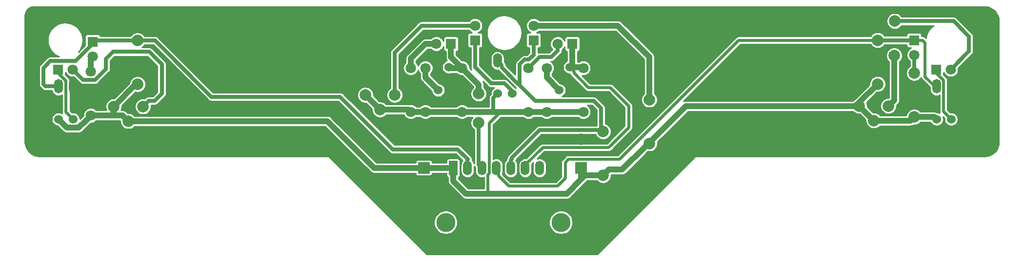
<source format=gbr>
G04 #@! TF.GenerationSoftware,KiCad,Pcbnew,(5.1.2)-2*
G04 #@! TF.CreationDate,2020-01-05T22:50:10+09:00*
G04 #@! TF.ProjectId,rancer_sensor,72616e63-6572-45f7-9365-6e736f722e6b,rev?*
G04 #@! TF.SameCoordinates,Original*
G04 #@! TF.FileFunction,Copper,L2,Bot*
G04 #@! TF.FilePolarity,Positive*
%FSLAX46Y46*%
G04 Gerber Fmt 4.6, Leading zero omitted, Abs format (unit mm)*
G04 Created by KiCad (PCBNEW (5.1.2)-2) date 2020-01-05 22:50:10*
%MOMM*%
%LPD*%
G04 APERTURE LIST*
%ADD10R,1.800000X1.800000*%
%ADD11C,1.800000*%
%ADD12C,1.524000*%
%ADD13O,1.500000X2.500000*%
%ADD14R,1.500000X2.500000*%
%ADD15R,2.000000X2.000000*%
%ADD16C,2.000000*%
%ADD17C,3.300000*%
%ADD18C,1.010000*%
%ADD19C,0.700000*%
%ADD20C,0.500000*%
%ADD21C,1.000000*%
%ADD22C,0.550000*%
%ADD23C,0.254000*%
G04 APERTURE END LIST*
D10*
X175895000Y-106045000D03*
D11*
X175895000Y-103505000D03*
D10*
X99374960Y-106299000D03*
D11*
X99374960Y-108839000D03*
D12*
X172165000Y-115345000D03*
X169625000Y-115345000D03*
D13*
X169615000Y-109595000D03*
X172165000Y-109595000D03*
D11*
X184515000Y-118491000D03*
X184515000Y-110871000D03*
D12*
X95965000Y-119790000D03*
X93425000Y-119790000D03*
D13*
X93415000Y-114040000D03*
X95965000Y-114040000D03*
D14*
X161925000Y-128270000D03*
D13*
X164425000Y-128270000D03*
X166925000Y-128270000D03*
X169425000Y-128270000D03*
X171925000Y-128270000D03*
X174425000Y-128270000D03*
X176925000Y-128270000D03*
X179425000Y-128270000D03*
D15*
X184150000Y-128230000D03*
D16*
X184150000Y-123230000D03*
D10*
X161560000Y-106680000D03*
D11*
X159020000Y-106680000D03*
D10*
X182610000Y-106680000D03*
D11*
X180070000Y-106680000D03*
X99060000Y-119126000D03*
X99060000Y-111506000D03*
X157115000Y-118491000D03*
X157115000Y-110871000D03*
X163465000Y-118491000D03*
X163465000Y-110871000D03*
X154575000Y-118491000D03*
X154575000Y-110871000D03*
X178165000Y-118491000D03*
X178165000Y-110871000D03*
X174990000Y-118491000D03*
X174990000Y-110871000D03*
D12*
X161145000Y-114730000D03*
X159345000Y-114730000D03*
X161145000Y-110730000D03*
X159345000Y-110730000D03*
X182145000Y-114730000D03*
X180345000Y-114730000D03*
X182145000Y-110730000D03*
X180345000Y-110730000D03*
D15*
X156845000Y-128230000D03*
D16*
X156845000Y-123230000D03*
D10*
X241935000Y-106045000D03*
D11*
X241935000Y-108585000D03*
D16*
X103009700Y-117563900D03*
X105549700Y-120103900D03*
X108089700Y-117563900D03*
X232410000Y-117475000D03*
X234950000Y-120015000D03*
X237490000Y-117475000D03*
X146685000Y-115570000D03*
X149225000Y-118110000D03*
X151765000Y-115570000D03*
D12*
X248365000Y-119790000D03*
X245825000Y-119790000D03*
D13*
X245815000Y-114040000D03*
X248365000Y-114040000D03*
D16*
X107145000Y-113715800D03*
X107145000Y-106095800D03*
X235585000Y-113665000D03*
X235585000Y-106045000D03*
X187960000Y-129540000D03*
X187960000Y-121920000D03*
D11*
X95885000Y-111125000D03*
D10*
X93345000Y-111125000D03*
X245745000Y-111125000D03*
D11*
X248285000Y-111125000D03*
D10*
X165735000Y-106045000D03*
D11*
X165735000Y-103505000D03*
D16*
X241935000Y-119380000D03*
X241935000Y-111760000D03*
X196000000Y-116380000D03*
X196000000Y-124000000D03*
D17*
X180645000Y-137730000D03*
X160645000Y-137730000D03*
D18*
X232161080Y-107350560D03*
X190145000Y-120730000D03*
X193761360Y-120731280D03*
X105410000Y-104140000D03*
X105410000Y-110490000D03*
X232191560Y-104109520D03*
X227145000Y-113730000D03*
X227145000Y-120730000D03*
D16*
X166344600Y-115341400D03*
X166344600Y-120421400D03*
X238489999Y-108721399D03*
X238582200Y-102730000D03*
D19*
X174134000Y-118491000D02*
X174990000Y-118491000D01*
X174990000Y-118491000D02*
X174134000Y-118491000D01*
X174990000Y-118491000D02*
X174884000Y-118491000D01*
X156805000Y-128270000D02*
X156845000Y-128230000D01*
X156885000Y-128270000D02*
X156845000Y-128230000D01*
X161925000Y-128270000D02*
X161925000Y-128905000D01*
D20*
X161885000Y-128230000D02*
X161925000Y-128270000D01*
D21*
X178165000Y-118491000D02*
X174990000Y-118491000D01*
X184515000Y-118491000D02*
X178165000Y-118491000D01*
X154575000Y-118491000D02*
X157115000Y-118491000D01*
X157115000Y-118491000D02*
X163465000Y-118491000D01*
D20*
X154575000Y-118705000D02*
X154575000Y-118491000D01*
X154575000Y-118491000D02*
X154321000Y-118491000D01*
X157115000Y-118491000D02*
X157496000Y-118491000D01*
D19*
X168863001Y-116106999D02*
X168863001Y-118156999D01*
X169625000Y-115345000D02*
X168863001Y-116106999D01*
D21*
X146685000Y-115570000D02*
X149225000Y-118110000D01*
X154194000Y-118110000D02*
X154575000Y-118491000D01*
X149225000Y-118110000D02*
X154194000Y-118110000D01*
X98160001Y-120025999D02*
X99060000Y-119126000D01*
X96933999Y-121252001D02*
X98160001Y-120025999D01*
X94887001Y-121252001D02*
X96933999Y-121252001D01*
X93425000Y-119790000D02*
X94887001Y-121252001D01*
X148234400Y-128270000D02*
X160934400Y-128270000D01*
D19*
X161925000Y-128270000D02*
X160934400Y-128270000D01*
X160934400Y-128270000D02*
X156885000Y-128270000D01*
D21*
X103157587Y-119126000D02*
X103720900Y-119126000D01*
X103009700Y-118978113D02*
X103157587Y-119126000D01*
X103009700Y-117563900D02*
X103009700Y-118978113D01*
X99060000Y-119126000D02*
X103720900Y-119126000D01*
X103720900Y-119126000D02*
X104394000Y-119126000D01*
X104416099Y-119103901D02*
X104394000Y-119126000D01*
X104549701Y-119103901D02*
X104416099Y-119103901D01*
X105549700Y-120103900D02*
X104549701Y-119103901D01*
X140068300Y-120103900D02*
X140239750Y-120275350D01*
X105549700Y-120103900D02*
X140068300Y-120103900D01*
X140239750Y-120275350D02*
X148234400Y-128270000D01*
X103009700Y-117563900D02*
X106857800Y-113715800D01*
X161925000Y-129286000D02*
X161925000Y-128270000D01*
X184150000Y-130230000D02*
X184150000Y-128230000D01*
X184840000Y-129540000D02*
X187960000Y-129540000D01*
X184150000Y-130230000D02*
X184840000Y-129540000D01*
X232410000Y-117475000D02*
X234950000Y-120015000D01*
X232410000Y-116840000D02*
X235585000Y-113665000D01*
X232410000Y-117475000D02*
X232410000Y-116840000D01*
X241300000Y-120015000D02*
X241935000Y-119380000D01*
X234950000Y-120015000D02*
X241300000Y-120015000D01*
X245415000Y-119380000D02*
X245825000Y-119790000D01*
X241935000Y-119380000D02*
X245415000Y-119380000D01*
X188959999Y-128540001D02*
X191271399Y-128540001D01*
X187960000Y-129540000D02*
X188959999Y-128540001D01*
X202336400Y-117475000D02*
X232410000Y-117475000D01*
X191271399Y-128540001D02*
X195275200Y-124536200D01*
X195275200Y-124536200D02*
X202336400Y-117475000D01*
X161925000Y-128270000D02*
X161925000Y-130520000D01*
X161925000Y-130520000D02*
X161935000Y-130520000D01*
X161935000Y-130520000D02*
X164145000Y-132730000D01*
X181650000Y-132730000D02*
X184150000Y-130230000D01*
X164145000Y-132730000D02*
X181650000Y-132730000D01*
X169291000Y-118491000D02*
X168529000Y-118491000D01*
D22*
X168199990Y-120445610D02*
X168199990Y-129227435D01*
X167995600Y-129431825D02*
X167995600Y-132989320D01*
X168199990Y-129227435D02*
X167995600Y-129431825D01*
X170154600Y-118491000D02*
X168199990Y-120445610D01*
D21*
X170154600Y-118491000D02*
X169291000Y-118491000D01*
X163465000Y-118491000D02*
X168529000Y-118491000D01*
X170154600Y-118491000D02*
X174990000Y-118491000D01*
D20*
X180345000Y-110730000D02*
X180345000Y-111400000D01*
X180345000Y-111400000D02*
X182145000Y-113200000D01*
X182145000Y-113200000D02*
X182145000Y-114730000D01*
X159345000Y-110730000D02*
X159345000Y-111450000D01*
X159345000Y-111450000D02*
X161145000Y-113250000D01*
X161145000Y-113250000D02*
X161145000Y-114730000D01*
D19*
X152050998Y-123230000D02*
X132960998Y-104140000D01*
X156845000Y-123230000D02*
X152050998Y-123230000D01*
X132960998Y-104140000D02*
X106045000Y-104140000D01*
X106045000Y-104140000D02*
X105410000Y-104140000D01*
X105410000Y-110490000D02*
X101600000Y-114300000D01*
X101340000Y-114040000D02*
X95965000Y-114040000D01*
X101340000Y-114040000D02*
X101600000Y-114300000D01*
D21*
X99060000Y-111506000D02*
X99060000Y-109220000D01*
X161560000Y-106680000D02*
X161560000Y-108966000D01*
X161560000Y-108966000D02*
X163465000Y-110871000D01*
X163465000Y-110871000D02*
X161286000Y-110871000D01*
D20*
X161286000Y-110871000D02*
X161145000Y-110730000D01*
D21*
X163465000Y-110871000D02*
X166344600Y-113750600D01*
X166344600Y-113750600D02*
X166344600Y-115341400D01*
D19*
X166344600Y-127689600D02*
X166925000Y-128270000D01*
X166344600Y-120421400D02*
X166344600Y-127689600D01*
D21*
X154575000Y-110871000D02*
X154575000Y-109220000D01*
X154575000Y-109220000D02*
X157115000Y-106680000D01*
X157115000Y-106680000D02*
X159020000Y-106680000D01*
D19*
X182610000Y-106195000D02*
X182610000Y-106680000D01*
D21*
X182610000Y-106680000D02*
X182610000Y-110265000D01*
D20*
X182610000Y-110265000D02*
X182145000Y-110730000D01*
D21*
X182145000Y-110730000D02*
X184374000Y-110730000D01*
D20*
X184374000Y-110730000D02*
X184515000Y-110871000D01*
X174425000Y-128270000D02*
X174425000Y-127850240D01*
D22*
X182145000Y-110730000D02*
X182906999Y-111491999D01*
X182906999Y-111491999D02*
X182906999Y-111786999D01*
X182906999Y-111786999D02*
X185420000Y-114300000D01*
X189230000Y-114300000D02*
X192405000Y-117475000D01*
X185420000Y-114300000D02*
X189230000Y-114300000D01*
X192405000Y-117475000D02*
X192405000Y-121200000D01*
X188899999Y-124705001D02*
X189260000Y-124345000D01*
X177489999Y-124705001D02*
X188899999Y-124705001D01*
X174425000Y-127770000D02*
X177489999Y-124705001D01*
X174425000Y-128270000D02*
X174425000Y-127770000D01*
X192405000Y-121200000D02*
X189260000Y-124345000D01*
D19*
X176895000Y-108966000D02*
X174990000Y-110871000D01*
X178943000Y-108966000D02*
X176895000Y-108966000D01*
X180070000Y-106680000D02*
X180070000Y-107839000D01*
X180070000Y-107839000D02*
X178943000Y-108966000D01*
X99756001Y-112956001D02*
X101663500Y-111048502D01*
X95885000Y-111125000D02*
X97716001Y-112956001D01*
X97716001Y-112956001D02*
X99756001Y-112956001D01*
X101663500Y-111048502D02*
X101663500Y-109296200D01*
X101663500Y-109296200D02*
X102895400Y-108064300D01*
X102895400Y-108064300D02*
X109194600Y-108064300D01*
X109194600Y-108064300D02*
X111366300Y-110236000D01*
X111366300Y-110236000D02*
X111366300Y-115341400D01*
X110143799Y-116563901D02*
X111366300Y-115341400D01*
X109089699Y-116563901D02*
X110143799Y-116563901D01*
X108089700Y-117563900D02*
X109089699Y-116563901D01*
D21*
X157115000Y-110871000D02*
X157115000Y-112500000D01*
X157115000Y-112500000D02*
X159345000Y-114730000D01*
X178165000Y-110871000D02*
X178165000Y-112550000D01*
X178165000Y-112550000D02*
X180345000Y-114730000D01*
D19*
X164425000Y-128270000D02*
X164425000Y-127468000D01*
D20*
X164425000Y-128270000D02*
X164425000Y-127595000D01*
D19*
X110177012Y-106095800D02*
X106095800Y-106095800D01*
X164425000Y-126786000D02*
X164452300Y-126758700D01*
X164425000Y-128270000D02*
X164425000Y-126786000D01*
X106095800Y-106095800D02*
X107145000Y-106095800D01*
X164452300Y-126758700D02*
X162712400Y-125018800D01*
X162712400Y-125018800D02*
X151434800Y-125018800D01*
X151434800Y-125018800D02*
X142316200Y-115900200D01*
X119981413Y-115900200D02*
X110177012Y-106095800D01*
X142316200Y-115900200D02*
X119981413Y-115900200D01*
X99578160Y-106095800D02*
X99374960Y-106299000D01*
X107145000Y-106095800D02*
X99578160Y-106095800D01*
X92004999Y-109674999D02*
X90805000Y-110874998D01*
X96392959Y-109674999D02*
X92004999Y-109674999D01*
X99374960Y-106299000D02*
X99374960Y-106692998D01*
X99374960Y-106692998D02*
X96392959Y-109674999D01*
X90805000Y-110874998D02*
X90805000Y-113665000D01*
X91180000Y-114040000D02*
X93415000Y-114040000D01*
X90805000Y-113665000D02*
X91180000Y-114040000D01*
D22*
X95203001Y-119028001D02*
X95965000Y-119790000D01*
X94739990Y-118564990D02*
X95203001Y-119028001D01*
X94739990Y-113132565D02*
X94739990Y-118564990D01*
X93345000Y-111737575D02*
X94739990Y-113132565D01*
X93345000Y-111125000D02*
X93345000Y-111737575D01*
D19*
X169425000Y-128270000D02*
X169425000Y-127510000D01*
D22*
X169425000Y-128770000D02*
X169425000Y-128270000D01*
X245485000Y-114040000D02*
X245815000Y-114040000D01*
X243840000Y-112395000D02*
X245485000Y-114040000D01*
X243840000Y-106500000D02*
X243840000Y-112395000D01*
X243385000Y-106045000D02*
X243840000Y-106500000D01*
D19*
X235585000Y-106045000D02*
X242570000Y-106045000D01*
D22*
X241935000Y-106045000D02*
X242570000Y-106045000D01*
X242570000Y-106045000D02*
X243385000Y-106045000D01*
X169425000Y-128770000D02*
X169799000Y-129144000D01*
X169799000Y-129144000D02*
X169799000Y-129616200D01*
X169799000Y-129616200D02*
X171577000Y-131394200D01*
X171577000Y-131394200D02*
X180060600Y-131394200D01*
X180060600Y-131394200D02*
X181381400Y-130073400D01*
X181381400Y-130073400D02*
X181381400Y-127304800D01*
X181931201Y-126754999D02*
X190127999Y-126754999D01*
X181381400Y-127304800D02*
X181931201Y-126754999D01*
X190127999Y-126754999D02*
X190136998Y-126746000D01*
X190127999Y-126754999D02*
X190795801Y-126754999D01*
X211505800Y-106045000D02*
X215468200Y-106045000D01*
X190795801Y-126754999D02*
X211505800Y-106045000D01*
X215036400Y-106045000D02*
X215468200Y-106045000D01*
X215468200Y-106045000D02*
X235585000Y-106045000D01*
D19*
X241935000Y-111760000D02*
X241935000Y-108585000D01*
D22*
X248022590Y-119447591D02*
X247983214Y-119499308D01*
X247040010Y-118465010D02*
X248022590Y-119447591D01*
X247040010Y-113032585D02*
X247040010Y-118465010D01*
X245745000Y-111125000D02*
X245745000Y-111737575D01*
X245745000Y-111737575D02*
X247040010Y-113032585D01*
D21*
X238489999Y-116475001D02*
X238489999Y-108721399D01*
X237490000Y-117475000D02*
X238489999Y-116475001D01*
D19*
X251460000Y-105410000D02*
X248780000Y-102730000D01*
X251460000Y-107950000D02*
X251460000Y-105410000D01*
X248285000Y-111125000D02*
X251460000Y-107950000D01*
X238582200Y-102730000D02*
X248780000Y-102730000D01*
D21*
X171925000Y-128270000D02*
X171925000Y-127886440D01*
D20*
X171925000Y-128270000D02*
X171925000Y-127876280D01*
D22*
X170376999Y-110356999D02*
X169615000Y-109595000D01*
X170376999Y-110813999D02*
X170376999Y-110356999D01*
X173390010Y-113185490D02*
X173069250Y-113506250D01*
D19*
X173069250Y-113506250D02*
X170376999Y-110813999D01*
D22*
X173390010Y-113731590D02*
X173342300Y-113779300D01*
X173390010Y-113185490D02*
X173390010Y-113731590D01*
D19*
X173342300Y-113779300D02*
X173069250Y-113506250D01*
X187960000Y-121920000D02*
X187325000Y-121920000D01*
X172085000Y-126492000D02*
X176911000Y-121666000D01*
X172085000Y-126746000D02*
X172085000Y-126492000D01*
X171925000Y-128270000D02*
X171925000Y-126906000D01*
X171925000Y-126906000D02*
X172085000Y-126746000D01*
X187579000Y-121539000D02*
X187960000Y-121920000D01*
X187579000Y-117856000D02*
X187579000Y-121539000D01*
X186309000Y-116586000D02*
X187579000Y-117856000D01*
X173342300Y-113779300D02*
X176149000Y-116586000D01*
X176149000Y-116586000D02*
X186309000Y-116586000D01*
X187335000Y-121920000D02*
X187081000Y-121666000D01*
X187960000Y-121920000D02*
X187335000Y-121920000D01*
X176911000Y-121666000D02*
X187081000Y-121666000D01*
X173465010Y-113656590D02*
X173342300Y-113779300D01*
X173465010Y-110249988D02*
X173465010Y-113656590D01*
X174293999Y-109420999D02*
X173465010Y-110249988D01*
X175059001Y-109420999D02*
X174293999Y-109420999D01*
X175895000Y-108585000D02*
X175059001Y-109420999D01*
X175895000Y-106045000D02*
X175895000Y-108585000D01*
D21*
X175895000Y-103505000D02*
X190505000Y-103505000D01*
X196000000Y-109000000D02*
X196000000Y-116380000D01*
X190505000Y-103505000D02*
X196000000Y-109000000D01*
D22*
X165735000Y-110744000D02*
X165735000Y-107315000D01*
D19*
X172165000Y-115345000D02*
X172165000Y-114888000D01*
X165735000Y-107645000D02*
X165735000Y-110744000D01*
X165735000Y-106045000D02*
X165735000Y-107645000D01*
X165735000Y-110744000D02*
X168529000Y-113538000D01*
X168529000Y-113538000D02*
X170815000Y-113538000D01*
X170815000Y-113538000D02*
X171513500Y-114236500D01*
X171513500Y-114236500D02*
X172148500Y-114871500D01*
D22*
X172165000Y-114888000D02*
X172148500Y-114871500D01*
D19*
X151765000Y-115570000D02*
X151765000Y-108204000D01*
X151765000Y-108204000D02*
X154739001Y-105229999D01*
X156464000Y-103505000D02*
X156019500Y-103949500D01*
X165735000Y-103505000D02*
X156464000Y-103505000D01*
X156019500Y-103949500D02*
X154739001Y-105229999D01*
D23*
G36*
X254629731Y-100281936D02*
G01*
X255095995Y-100422709D01*
X255526040Y-100651367D01*
X255903479Y-100959200D01*
X256213939Y-101334480D01*
X256445594Y-101762918D01*
X256589621Y-102228189D01*
X256643000Y-102736059D01*
X256643001Y-123705439D01*
X256593064Y-124214728D01*
X256452291Y-124680993D01*
X256223633Y-125111040D01*
X255915800Y-125488479D01*
X255540517Y-125798940D01*
X255112082Y-126030594D01*
X254646807Y-126174621D01*
X254138941Y-126228000D01*
X204169645Y-126228000D01*
X204145000Y-126225573D01*
X204120354Y-126228000D01*
X204120347Y-126228000D01*
X204057090Y-126234230D01*
X204046590Y-126235264D01*
X203951963Y-126263969D01*
X203864754Y-126310583D01*
X203807465Y-126357600D01*
X203807464Y-126357601D01*
X203788316Y-126373316D01*
X203772603Y-126392462D01*
X186937066Y-143228000D01*
X157352935Y-143228000D01*
X151650368Y-137525433D01*
X158568000Y-137525433D01*
X158568000Y-137934567D01*
X158647818Y-138335839D01*
X158804386Y-138713829D01*
X159031689Y-139054011D01*
X159320989Y-139343311D01*
X159661171Y-139570614D01*
X160039161Y-139727182D01*
X160440433Y-139807000D01*
X160849567Y-139807000D01*
X161250839Y-139727182D01*
X161628829Y-139570614D01*
X161969011Y-139343311D01*
X162258311Y-139054011D01*
X162485614Y-138713829D01*
X162642182Y-138335839D01*
X162722000Y-137934567D01*
X162722000Y-137525433D01*
X178568000Y-137525433D01*
X178568000Y-137934567D01*
X178647818Y-138335839D01*
X178804386Y-138713829D01*
X179031689Y-139054011D01*
X179320989Y-139343311D01*
X179661171Y-139570614D01*
X180039161Y-139727182D01*
X180440433Y-139807000D01*
X180849567Y-139807000D01*
X181250839Y-139727182D01*
X181628829Y-139570614D01*
X181969011Y-139343311D01*
X182258311Y-139054011D01*
X182485614Y-138713829D01*
X182642182Y-138335839D01*
X182722000Y-137934567D01*
X182722000Y-137525433D01*
X182642182Y-137124161D01*
X182485614Y-136746171D01*
X182258311Y-136405989D01*
X181969011Y-136116689D01*
X181628829Y-135889386D01*
X181250839Y-135732818D01*
X180849567Y-135653000D01*
X180440433Y-135653000D01*
X180039161Y-135732818D01*
X179661171Y-135889386D01*
X179320989Y-136116689D01*
X179031689Y-136405989D01*
X178804386Y-136746171D01*
X178647818Y-137124161D01*
X178568000Y-137525433D01*
X162722000Y-137525433D01*
X162642182Y-137124161D01*
X162485614Y-136746171D01*
X162258311Y-136405989D01*
X161969011Y-136116689D01*
X161628829Y-135889386D01*
X161250839Y-135732818D01*
X160849567Y-135653000D01*
X160440433Y-135653000D01*
X160039161Y-135732818D01*
X159661171Y-135889386D01*
X159320989Y-136116689D01*
X159031689Y-136405989D01*
X158804386Y-136746171D01*
X158647818Y-137124161D01*
X158568000Y-137525433D01*
X151650368Y-137525433D01*
X140517402Y-126392468D01*
X140501684Y-126373316D01*
X140425245Y-126310583D01*
X140338036Y-126263969D01*
X140243409Y-126235264D01*
X140169653Y-126228000D01*
X140169643Y-126228000D01*
X140145000Y-126225573D01*
X140120357Y-126228000D01*
X90169551Y-126228000D01*
X89660272Y-126178064D01*
X89194007Y-126037291D01*
X88763960Y-125808633D01*
X88386521Y-125500800D01*
X88076060Y-125125517D01*
X87844406Y-124697082D01*
X87700379Y-124231807D01*
X87647000Y-123723941D01*
X87647000Y-110874998D01*
X90024241Y-110874998D01*
X90028000Y-110913162D01*
X90028001Y-113626827D01*
X90024241Y-113665000D01*
X90035499Y-113779299D01*
X90039244Y-113817319D01*
X90048164Y-113846724D01*
X90083673Y-113963783D01*
X90155823Y-114098766D01*
X90224547Y-114182506D01*
X90252921Y-114217080D01*
X90282565Y-114241408D01*
X90603587Y-114562430D01*
X90627920Y-114592080D01*
X90746234Y-114689177D01*
X90881216Y-114761327D01*
X91027681Y-114805757D01*
X91141834Y-114817000D01*
X91141843Y-114817000D01*
X91179999Y-114820758D01*
X91218155Y-114817000D01*
X92269066Y-114817000D01*
X92322333Y-114992597D01*
X92431627Y-115197070D01*
X92578710Y-115376291D01*
X92757931Y-115523374D01*
X92962404Y-115632667D01*
X93184269Y-115699969D01*
X93415000Y-115722694D01*
X93645732Y-115699969D01*
X93867597Y-115632667D01*
X94037990Y-115541590D01*
X94037991Y-118530510D01*
X94034595Y-118564990D01*
X94037991Y-118599470D01*
X94048149Y-118702606D01*
X94062650Y-118750409D01*
X94076216Y-118795130D01*
X93988203Y-118736322D01*
X93771818Y-118646693D01*
X93542106Y-118601000D01*
X93307894Y-118601000D01*
X93078182Y-118646693D01*
X92861797Y-118736322D01*
X92667057Y-118866443D01*
X92501443Y-119032057D01*
X92371322Y-119226797D01*
X92281693Y-119443182D01*
X92236000Y-119672894D01*
X92236000Y-119907106D01*
X92281693Y-120136818D01*
X92371322Y-120353203D01*
X92501443Y-120547943D01*
X92667057Y-120713557D01*
X92861797Y-120843678D01*
X93078182Y-120933307D01*
X93301816Y-120977791D01*
X94199317Y-121875293D01*
X94228342Y-121910660D01*
X94263709Y-121939685D01*
X94263713Y-121939689D01*
X94369495Y-122026503D01*
X94506562Y-122099766D01*
X94530537Y-122112581D01*
X94705277Y-122165588D01*
X94841463Y-122179001D01*
X94841474Y-122179001D01*
X94887001Y-122183485D01*
X94932528Y-122179001D01*
X96888472Y-122179001D01*
X96933999Y-122183485D01*
X96979526Y-122179001D01*
X96979537Y-122179001D01*
X97115723Y-122165588D01*
X97290463Y-122112581D01*
X97451504Y-122026502D01*
X97592658Y-121910660D01*
X97621687Y-121875288D01*
X98847689Y-120649287D01*
X98847693Y-120649282D01*
X99043975Y-120453000D01*
X99190698Y-120453000D01*
X99447072Y-120402004D01*
X99688570Y-120301972D01*
X99905913Y-120156748D01*
X100009661Y-120053000D01*
X103112060Y-120053000D01*
X103157587Y-120057484D01*
X103203114Y-120053000D01*
X104122700Y-120053000D01*
X104122700Y-120244447D01*
X104177538Y-120520141D01*
X104285109Y-120779838D01*
X104441276Y-121013560D01*
X104640040Y-121212324D01*
X104873762Y-121368491D01*
X105133459Y-121476062D01*
X105409153Y-121530900D01*
X105690247Y-121530900D01*
X105965941Y-121476062D01*
X106225638Y-121368491D01*
X106459360Y-121212324D01*
X106640784Y-121030900D01*
X139684325Y-121030900D01*
X147546716Y-128893292D01*
X147575741Y-128928659D01*
X147611108Y-128957684D01*
X147611111Y-128957687D01*
X147716894Y-129044501D01*
X147741225Y-129057506D01*
X147877936Y-129130580D01*
X148052676Y-129183587D01*
X148188862Y-129197000D01*
X148188874Y-129197000D01*
X148234399Y-129201484D01*
X148279924Y-129197000D01*
X155415934Y-129197000D01*
X155415934Y-129230000D01*
X155424178Y-129313707D01*
X155448595Y-129394196D01*
X155488245Y-129468376D01*
X155541605Y-129533395D01*
X155606624Y-129586755D01*
X155680804Y-129626405D01*
X155761293Y-129650822D01*
X155845000Y-129659066D01*
X157845000Y-129659066D01*
X157928707Y-129650822D01*
X158009196Y-129626405D01*
X158083376Y-129586755D01*
X158148395Y-129533395D01*
X158201755Y-129468376D01*
X158241405Y-129394196D01*
X158265822Y-129313707D01*
X158274066Y-129230000D01*
X158274066Y-129197000D01*
X160745934Y-129197000D01*
X160745934Y-129520000D01*
X160754178Y-129603707D01*
X160778595Y-129684196D01*
X160818245Y-129758376D01*
X160871605Y-129823395D01*
X160936624Y-129876755D01*
X160998001Y-129909562D01*
X160998001Y-130474453D01*
X160993515Y-130520000D01*
X161011413Y-130701724D01*
X161064420Y-130876464D01*
X161150499Y-131037505D01*
X161266341Y-131178659D01*
X161357479Y-131253454D01*
X163457316Y-133353292D01*
X163486341Y-133388659D01*
X163521708Y-133417684D01*
X163521712Y-133417688D01*
X163627494Y-133504501D01*
X163760950Y-133575835D01*
X163788536Y-133590580D01*
X163963276Y-133643587D01*
X164099462Y-133657000D01*
X164099473Y-133657000D01*
X164145000Y-133661484D01*
X164190527Y-133657000D01*
X167778334Y-133657000D01*
X167857985Y-133681162D01*
X167995600Y-133694716D01*
X168133216Y-133681162D01*
X168212867Y-133657000D01*
X181604473Y-133657000D01*
X181650000Y-133661484D01*
X181695527Y-133657000D01*
X181695538Y-133657000D01*
X181831724Y-133643587D01*
X182006464Y-133590580D01*
X182167505Y-133504501D01*
X182308659Y-133388659D01*
X182337688Y-133353287D01*
X184773293Y-130917683D01*
X184808659Y-130888659D01*
X184837684Y-130853292D01*
X184837688Y-130853288D01*
X184837692Y-130853283D01*
X185223976Y-130467000D01*
X186868916Y-130467000D01*
X187050340Y-130648424D01*
X187284062Y-130804591D01*
X187543759Y-130912162D01*
X187819453Y-130967000D01*
X188100547Y-130967000D01*
X188376241Y-130912162D01*
X188635938Y-130804591D01*
X188869660Y-130648424D01*
X189068424Y-130449660D01*
X189224591Y-130215938D01*
X189332162Y-129956241D01*
X189387000Y-129680547D01*
X189387000Y-129467001D01*
X191225872Y-129467001D01*
X191271399Y-129471485D01*
X191316926Y-129467001D01*
X191316937Y-129467001D01*
X191453123Y-129453588D01*
X191627863Y-129400581D01*
X191788904Y-129314502D01*
X191930058Y-129198660D01*
X191959087Y-129163288D01*
X195722598Y-125399778D01*
X195859453Y-125427000D01*
X196140547Y-125427000D01*
X196416241Y-125372162D01*
X196675938Y-125264591D01*
X196909660Y-125108424D01*
X197108424Y-124909660D01*
X197264591Y-124675938D01*
X197372162Y-124416241D01*
X197427000Y-124140547D01*
X197427000Y-123859453D01*
X197399778Y-123722597D01*
X202720376Y-118402000D01*
X231318916Y-118402000D01*
X231500340Y-118583424D01*
X231734062Y-118739591D01*
X231993759Y-118847162D01*
X232269453Y-118902000D01*
X232526025Y-118902000D01*
X233523000Y-119898976D01*
X233523000Y-120155547D01*
X233577838Y-120431241D01*
X233685409Y-120690938D01*
X233841576Y-120924660D01*
X234040340Y-121123424D01*
X234274062Y-121279591D01*
X234533759Y-121387162D01*
X234809453Y-121442000D01*
X235090547Y-121442000D01*
X235366241Y-121387162D01*
X235625938Y-121279591D01*
X235859660Y-121123424D01*
X236041084Y-120942000D01*
X241254473Y-120942000D01*
X241300000Y-120946484D01*
X241345527Y-120942000D01*
X241345538Y-120942000D01*
X241481724Y-120928587D01*
X241656464Y-120875580D01*
X241787394Y-120805596D01*
X241794453Y-120807000D01*
X242075547Y-120807000D01*
X242351241Y-120752162D01*
X242610938Y-120644591D01*
X242844660Y-120488424D01*
X243026084Y-120307000D01*
X244752184Y-120307000D01*
X244771322Y-120353203D01*
X244901443Y-120547943D01*
X245067057Y-120713557D01*
X245261797Y-120843678D01*
X245478182Y-120933307D01*
X245707894Y-120979000D01*
X245942106Y-120979000D01*
X246171818Y-120933307D01*
X246388203Y-120843678D01*
X246582943Y-120713557D01*
X246748557Y-120547943D01*
X246878678Y-120353203D01*
X246968307Y-120136818D01*
X247014000Y-119907106D01*
X247014000Y-119672894D01*
X246968307Y-119443182D01*
X246927933Y-119345711D01*
X247189126Y-119606904D01*
X247176000Y-119672894D01*
X247176000Y-119907106D01*
X247221693Y-120136818D01*
X247311322Y-120353203D01*
X247441443Y-120547943D01*
X247607057Y-120713557D01*
X247801797Y-120843678D01*
X248018182Y-120933307D01*
X248247894Y-120979000D01*
X248482106Y-120979000D01*
X248711818Y-120933307D01*
X248928203Y-120843678D01*
X249122943Y-120713557D01*
X249288557Y-120547943D01*
X249418678Y-120353203D01*
X249508307Y-120136818D01*
X249554000Y-119907106D01*
X249554000Y-119672894D01*
X249508307Y-119443182D01*
X249418678Y-119226797D01*
X249288557Y-119032057D01*
X249122943Y-118866443D01*
X248928203Y-118736322D01*
X248711818Y-118646693D01*
X248482106Y-118601000D01*
X248247894Y-118601000D01*
X248181903Y-118614126D01*
X247742010Y-118174233D01*
X247742010Y-113067055D01*
X247745405Y-113032585D01*
X247742010Y-112998115D01*
X247742010Y-112998105D01*
X247731852Y-112894969D01*
X247691711Y-112762642D01*
X247626525Y-112640688D01*
X247560780Y-112560577D01*
X247560773Y-112560570D01*
X247538799Y-112533795D01*
X247512025Y-112511822D01*
X247069685Y-112069482D01*
X247074066Y-112025000D01*
X247074066Y-111669164D01*
X247109028Y-111753570D01*
X247254252Y-111970913D01*
X247439087Y-112155748D01*
X247656430Y-112300972D01*
X247897928Y-112401004D01*
X248154302Y-112452000D01*
X248415698Y-112452000D01*
X248672072Y-112401004D01*
X248913570Y-112300972D01*
X249130913Y-112155748D01*
X249315748Y-111970913D01*
X249460972Y-111753570D01*
X249561004Y-111512072D01*
X249612000Y-111255698D01*
X249612000Y-110994302D01*
X249595831Y-110913013D01*
X251982437Y-108526407D01*
X252012080Y-108502080D01*
X252051290Y-108454302D01*
X252109177Y-108383767D01*
X252181327Y-108248784D01*
X252182574Y-108244673D01*
X252225757Y-108102319D01*
X252237000Y-107988166D01*
X252237000Y-107988157D01*
X252240758Y-107950001D01*
X252237000Y-107911845D01*
X252237000Y-105448155D01*
X252240758Y-105409999D01*
X252237000Y-105371843D01*
X252237000Y-105371834D01*
X252225757Y-105257681D01*
X252181327Y-105111216D01*
X252163402Y-105077681D01*
X252109177Y-104976233D01*
X252036409Y-104887565D01*
X252036408Y-104887564D01*
X252012080Y-104857920D01*
X251982436Y-104833592D01*
X249356413Y-102207569D01*
X249332080Y-102177920D01*
X249213766Y-102080823D01*
X249078784Y-102008673D01*
X248932319Y-101964243D01*
X248818166Y-101953000D01*
X248818163Y-101953000D01*
X248780000Y-101949241D01*
X248741837Y-101953000D01*
X239779264Y-101953000D01*
X239690624Y-101820340D01*
X239491860Y-101621576D01*
X239258138Y-101465409D01*
X238998441Y-101357838D01*
X238722747Y-101303000D01*
X238441653Y-101303000D01*
X238165959Y-101357838D01*
X237906262Y-101465409D01*
X237672540Y-101621576D01*
X237473776Y-101820340D01*
X237317609Y-102054062D01*
X237210038Y-102313759D01*
X237155200Y-102589453D01*
X237155200Y-102870547D01*
X237210038Y-103146241D01*
X237317609Y-103405938D01*
X237473776Y-103639660D01*
X237672540Y-103838424D01*
X237906262Y-103994591D01*
X238165959Y-104102162D01*
X238441653Y-104157000D01*
X238722747Y-104157000D01*
X238998441Y-104102162D01*
X239258138Y-103994591D01*
X239491860Y-103838424D01*
X239690624Y-103639660D01*
X239779264Y-103507000D01*
X245309776Y-103507000D01*
X245267475Y-103530641D01*
X244812382Y-103917956D01*
X244441185Y-104386289D01*
X244168024Y-104917803D01*
X244003304Y-105492250D01*
X243989493Y-105656716D01*
X243905772Y-105572995D01*
X243883790Y-105546210D01*
X243776897Y-105458485D01*
X243654943Y-105393299D01*
X243522616Y-105353158D01*
X243419480Y-105343000D01*
X243419470Y-105343000D01*
X243385000Y-105339605D01*
X243350530Y-105343000D01*
X243264066Y-105343000D01*
X243264066Y-105145000D01*
X243255822Y-105061293D01*
X243231405Y-104980804D01*
X243191755Y-104906624D01*
X243138395Y-104841605D01*
X243073376Y-104788245D01*
X242999196Y-104748595D01*
X242918707Y-104724178D01*
X242835000Y-104715934D01*
X241035000Y-104715934D01*
X240951293Y-104724178D01*
X240870804Y-104748595D01*
X240796624Y-104788245D01*
X240731605Y-104841605D01*
X240678245Y-104906624D01*
X240638595Y-104980804D01*
X240614178Y-105061293D01*
X240605934Y-105145000D01*
X240605934Y-105268000D01*
X236782064Y-105268000D01*
X236693424Y-105135340D01*
X236494660Y-104936576D01*
X236260938Y-104780409D01*
X236001241Y-104672838D01*
X235725547Y-104618000D01*
X235444453Y-104618000D01*
X235168759Y-104672838D01*
X234909062Y-104780409D01*
X234675340Y-104936576D01*
X234476576Y-105135340D01*
X234337823Y-105343000D01*
X211540269Y-105343000D01*
X211505799Y-105339605D01*
X211471329Y-105343000D01*
X211471320Y-105343000D01*
X211368184Y-105353158D01*
X211235857Y-105393299D01*
X211186161Y-105419862D01*
X211113902Y-105458485D01*
X211033791Y-105524231D01*
X211007010Y-105546210D01*
X210985033Y-105572989D01*
X190505024Y-126052999D01*
X190262846Y-126052999D01*
X190136998Y-126040605D01*
X190011151Y-126052999D01*
X181965670Y-126052999D01*
X181931200Y-126049604D01*
X181896730Y-126052999D01*
X181896721Y-126052999D01*
X181793585Y-126063157D01*
X181661258Y-126103298D01*
X181539304Y-126168484D01*
X181432411Y-126256209D01*
X181410431Y-126282992D01*
X180909390Y-126784033D01*
X180882611Y-126806010D01*
X180860634Y-126832789D01*
X180860630Y-126832793D01*
X180794885Y-126912904D01*
X180746599Y-127003242D01*
X180729700Y-127034857D01*
X180689559Y-127167184D01*
X180683175Y-127232000D01*
X180676005Y-127304800D01*
X180679401Y-127339280D01*
X180679400Y-129782622D01*
X179769823Y-130692200D01*
X171867778Y-130692200D01*
X170501000Y-129325423D01*
X170501000Y-129253779D01*
X170517667Y-129222597D01*
X170584969Y-129000732D01*
X170602000Y-128827812D01*
X170602000Y-127712188D01*
X170584969Y-127539268D01*
X170517667Y-127317403D01*
X170408374Y-127112930D01*
X170261291Y-126933709D01*
X170082069Y-126786626D01*
X169877596Y-126677333D01*
X169655731Y-126610031D01*
X169425000Y-126587306D01*
X169194268Y-126610031D01*
X168972403Y-126677333D01*
X168901990Y-126714969D01*
X168901990Y-120736387D01*
X170220378Y-119418000D01*
X174040339Y-119418000D01*
X174144087Y-119521748D01*
X174361430Y-119666972D01*
X174602928Y-119767004D01*
X174859302Y-119818000D01*
X175120698Y-119818000D01*
X175377072Y-119767004D01*
X175618570Y-119666972D01*
X175835913Y-119521748D01*
X175939661Y-119418000D01*
X177215339Y-119418000D01*
X177319087Y-119521748D01*
X177536430Y-119666972D01*
X177777928Y-119767004D01*
X178034302Y-119818000D01*
X178295698Y-119818000D01*
X178552072Y-119767004D01*
X178793570Y-119666972D01*
X179010913Y-119521748D01*
X179114661Y-119418000D01*
X183565339Y-119418000D01*
X183669087Y-119521748D01*
X183886430Y-119666972D01*
X184127928Y-119767004D01*
X184384302Y-119818000D01*
X184645698Y-119818000D01*
X184902072Y-119767004D01*
X185143570Y-119666972D01*
X185360913Y-119521748D01*
X185545748Y-119336913D01*
X185690972Y-119119570D01*
X185791004Y-118878072D01*
X185842000Y-118621698D01*
X185842000Y-118360302D01*
X185791004Y-118103928D01*
X185690972Y-117862430D01*
X185545748Y-117645087D01*
X185360913Y-117460252D01*
X185215365Y-117363000D01*
X185987157Y-117363000D01*
X186802000Y-118177844D01*
X186802001Y-120889000D01*
X176949163Y-120889000D01*
X176911000Y-120885241D01*
X176872836Y-120889000D01*
X176872834Y-120889000D01*
X176758681Y-120900243D01*
X176612216Y-120944673D01*
X176565199Y-120969805D01*
X176477234Y-121016822D01*
X176412098Y-121070278D01*
X176358920Y-121113920D01*
X176334592Y-121143564D01*
X171562568Y-125915589D01*
X171532920Y-125939920D01*
X171435823Y-126058234D01*
X171363673Y-126193216D01*
X171319243Y-126339681D01*
X171310329Y-126430189D01*
X171275823Y-126472234D01*
X171203673Y-126607217D01*
X171176540Y-126696663D01*
X171162666Y-126742402D01*
X171159244Y-126753682D01*
X171146155Y-126886564D01*
X171088709Y-126933709D01*
X170941626Y-127112931D01*
X170832333Y-127317404D01*
X170765031Y-127539269D01*
X170748000Y-127712189D01*
X170748000Y-128827812D01*
X170765031Y-129000732D01*
X170832333Y-129222597D01*
X170941627Y-129427070D01*
X171088710Y-129606291D01*
X171267931Y-129753374D01*
X171472404Y-129862667D01*
X171694269Y-129929969D01*
X171925000Y-129952694D01*
X172155732Y-129929969D01*
X172377597Y-129862667D01*
X172582070Y-129753374D01*
X172761291Y-129606291D01*
X172908374Y-129427070D01*
X173017667Y-129222597D01*
X173084969Y-129000732D01*
X173102000Y-128827812D01*
X173102000Y-127712188D01*
X173084969Y-127539268D01*
X173017667Y-127317403D01*
X172908374Y-127112930D01*
X172818774Y-127003752D01*
X172850757Y-126898319D01*
X172858758Y-126817085D01*
X177232844Y-122443000D01*
X186632059Y-122443000D01*
X186695409Y-122595938D01*
X186851576Y-122829660D01*
X187050340Y-123028424D01*
X187284062Y-123184591D01*
X187543759Y-123292162D01*
X187819453Y-123347000D01*
X188100547Y-123347000D01*
X188376241Y-123292162D01*
X188635938Y-123184591D01*
X188869660Y-123028424D01*
X189068424Y-122829660D01*
X189224591Y-122595938D01*
X189332162Y-122336241D01*
X189387000Y-122060547D01*
X189387000Y-121779453D01*
X189332162Y-121503759D01*
X189224591Y-121244062D01*
X189068424Y-121010340D01*
X188869660Y-120811576D01*
X188635938Y-120655409D01*
X188376241Y-120547838D01*
X188356000Y-120543812D01*
X188356000Y-117894155D01*
X188359758Y-117855999D01*
X188356000Y-117817843D01*
X188356000Y-117817834D01*
X188344757Y-117703681D01*
X188300327Y-117557216D01*
X188280722Y-117520538D01*
X188228177Y-117422233D01*
X188155409Y-117333565D01*
X188155408Y-117333564D01*
X188131080Y-117303920D01*
X188101437Y-117279593D01*
X186885412Y-116063569D01*
X186861080Y-116033920D01*
X186742766Y-115936823D01*
X186607784Y-115864673D01*
X186461319Y-115820243D01*
X186347166Y-115809000D01*
X186347163Y-115809000D01*
X186309000Y-115805241D01*
X186270837Y-115809000D01*
X180847070Y-115809000D01*
X180908203Y-115783678D01*
X181102943Y-115653557D01*
X181268557Y-115487943D01*
X181398678Y-115293203D01*
X181488307Y-115076818D01*
X181534000Y-114847106D01*
X181534000Y-114612894D01*
X181488307Y-114383182D01*
X181398678Y-114166797D01*
X181268557Y-113972057D01*
X181102943Y-113806443D01*
X180908203Y-113676322D01*
X180691818Y-113586693D01*
X180468185Y-113542209D01*
X179092000Y-112166025D01*
X179092000Y-111820661D01*
X179195748Y-111716913D01*
X179340972Y-111499570D01*
X179441004Y-111258072D01*
X179492000Y-111001698D01*
X179492000Y-110740302D01*
X179441004Y-110483928D01*
X179340972Y-110242430D01*
X179195748Y-110025087D01*
X179010913Y-109840252D01*
X178865365Y-109743000D01*
X178904837Y-109743000D01*
X178943000Y-109746759D01*
X178981163Y-109743000D01*
X178981166Y-109743000D01*
X179095319Y-109731757D01*
X179241784Y-109687327D01*
X179376766Y-109615177D01*
X179495080Y-109518080D01*
X179519412Y-109488431D01*
X180592436Y-108415408D01*
X180622080Y-108391080D01*
X180648063Y-108359420D01*
X180719177Y-108272766D01*
X180749189Y-108216618D01*
X180791327Y-108137784D01*
X180835757Y-107991319D01*
X180847000Y-107877166D01*
X180847000Y-107877164D01*
X180850759Y-107839000D01*
X180847000Y-107800837D01*
X180847000Y-107756794D01*
X180915913Y-107710748D01*
X181100748Y-107525913D01*
X181245972Y-107308570D01*
X181280934Y-107224164D01*
X181280934Y-107580000D01*
X181289178Y-107663707D01*
X181313595Y-107744196D01*
X181353245Y-107818376D01*
X181406605Y-107883395D01*
X181471624Y-107936755D01*
X181545804Y-107976405D01*
X181626293Y-108000822D01*
X181683000Y-108006407D01*
X181683001Y-109634402D01*
X181581797Y-109676322D01*
X181387057Y-109806443D01*
X181221443Y-109972057D01*
X181091322Y-110166797D01*
X181001693Y-110383182D01*
X180956000Y-110612894D01*
X180956000Y-110847106D01*
X181001693Y-111076818D01*
X181091322Y-111293203D01*
X181221443Y-111487943D01*
X181387057Y-111653557D01*
X181581797Y-111783678D01*
X181798182Y-111873307D01*
X182027894Y-111919000D01*
X182214604Y-111919000D01*
X182215157Y-111924615D01*
X182255298Y-112056942D01*
X182320484Y-112178896D01*
X182408210Y-112285789D01*
X182434989Y-112307766D01*
X184899228Y-114772005D01*
X184921210Y-114798790D01*
X184976965Y-114844547D01*
X185028102Y-114886515D01*
X185093288Y-114921357D01*
X185150057Y-114951701D01*
X185282384Y-114991842D01*
X185385520Y-115002000D01*
X185385529Y-115002000D01*
X185419999Y-115005395D01*
X185454469Y-115002000D01*
X188939223Y-115002000D01*
X191703000Y-117765777D01*
X191703001Y-120909221D01*
X188787992Y-123824231D01*
X188609222Y-124003001D01*
X177524468Y-124003001D01*
X177489998Y-123999606D01*
X177455528Y-124003001D01*
X177455519Y-124003001D01*
X177352383Y-124013159D01*
X177220056Y-124053300D01*
X177163287Y-124083644D01*
X177098101Y-124118486D01*
X177017990Y-124184232D01*
X176991209Y-124206211D01*
X176969232Y-124232990D01*
X174597889Y-126604334D01*
X174425000Y-126587306D01*
X174194268Y-126610031D01*
X173972403Y-126677333D01*
X173767930Y-126786626D01*
X173588709Y-126933709D01*
X173441626Y-127112931D01*
X173332333Y-127317404D01*
X173265031Y-127539269D01*
X173248000Y-127712189D01*
X173248000Y-128827812D01*
X173265031Y-129000732D01*
X173332333Y-129222597D01*
X173441627Y-129427070D01*
X173588710Y-129606291D01*
X173767931Y-129753374D01*
X173972404Y-129862667D01*
X174194269Y-129929969D01*
X174425000Y-129952694D01*
X174655732Y-129929969D01*
X174877597Y-129862667D01*
X175082070Y-129753374D01*
X175261291Y-129606291D01*
X175408374Y-129427070D01*
X175517667Y-129222597D01*
X175584969Y-129000732D01*
X175602000Y-128827812D01*
X175602000Y-127712188D01*
X175590666Y-127597111D01*
X175815769Y-127372008D01*
X175765031Y-127539269D01*
X175748000Y-127712189D01*
X175748000Y-128827812D01*
X175765031Y-129000732D01*
X175832333Y-129222597D01*
X175941627Y-129427070D01*
X176088710Y-129606291D01*
X176267931Y-129753374D01*
X176472404Y-129862667D01*
X176694269Y-129929969D01*
X176925000Y-129952694D01*
X177155732Y-129929969D01*
X177377597Y-129862667D01*
X177582070Y-129753374D01*
X177761291Y-129606291D01*
X177908374Y-129427070D01*
X178017667Y-129222597D01*
X178084969Y-129000732D01*
X178102000Y-128827812D01*
X178102000Y-127712188D01*
X178084969Y-127539268D01*
X178017667Y-127317403D01*
X177908374Y-127112930D01*
X177761291Y-126933709D01*
X177582069Y-126786626D01*
X177377596Y-126677333D01*
X177155731Y-126610031D01*
X176925000Y-126587306D01*
X176694268Y-126610031D01*
X176527009Y-126660768D01*
X177780777Y-125407001D01*
X188865529Y-125407001D01*
X188899999Y-125410396D01*
X188934469Y-125407001D01*
X188934479Y-125407001D01*
X189037615Y-125396843D01*
X189169942Y-125356702D01*
X189291896Y-125291516D01*
X189398789Y-125203791D01*
X189420771Y-125177006D01*
X189780769Y-124817008D01*
X192877011Y-121720767D01*
X192903790Y-121698790D01*
X192925767Y-121672011D01*
X192925770Y-121672008D01*
X192991515Y-121591897D01*
X193019789Y-121539000D01*
X193056701Y-121469943D01*
X193096842Y-121337616D01*
X193107000Y-121234480D01*
X193107000Y-121234473D01*
X193110395Y-121200000D01*
X193107000Y-121165528D01*
X193107000Y-117509469D01*
X193110395Y-117474999D01*
X193107000Y-117440529D01*
X193107000Y-117440520D01*
X193096842Y-117337384D01*
X193056701Y-117205057D01*
X193010455Y-117118537D01*
X192991515Y-117083102D01*
X192925769Y-117002992D01*
X192925767Y-117002990D01*
X192903789Y-116976210D01*
X192877010Y-116954233D01*
X189750769Y-113827992D01*
X189728790Y-113801210D01*
X189621897Y-113713485D01*
X189499943Y-113648299D01*
X189367616Y-113608158D01*
X189264480Y-113598000D01*
X189264470Y-113598000D01*
X189230000Y-113594605D01*
X189195530Y-113598000D01*
X185710777Y-113598000D01*
X184292521Y-112179744D01*
X184384302Y-112198000D01*
X184645698Y-112198000D01*
X184902072Y-112147004D01*
X185143570Y-112046972D01*
X185360913Y-111901748D01*
X185545748Y-111716913D01*
X185690972Y-111499570D01*
X185791004Y-111258072D01*
X185842000Y-111001698D01*
X185842000Y-110740302D01*
X185791004Y-110483928D01*
X185690972Y-110242430D01*
X185545748Y-110025087D01*
X185360913Y-109840252D01*
X185143570Y-109695028D01*
X184902072Y-109594996D01*
X184645698Y-109544000D01*
X184384302Y-109544000D01*
X184127928Y-109594996D01*
X183886430Y-109695028D01*
X183724839Y-109803000D01*
X183537000Y-109803000D01*
X183537000Y-108006407D01*
X183593707Y-108000822D01*
X183674196Y-107976405D01*
X183748376Y-107936755D01*
X183813395Y-107883395D01*
X183866755Y-107818376D01*
X183906405Y-107744196D01*
X183930822Y-107663707D01*
X183939066Y-107580000D01*
X183939066Y-105780000D01*
X183930822Y-105696293D01*
X183906405Y-105615804D01*
X183866755Y-105541624D01*
X183813395Y-105476605D01*
X183748376Y-105423245D01*
X183674196Y-105383595D01*
X183593707Y-105359178D01*
X183510000Y-105350934D01*
X181710000Y-105350934D01*
X181626293Y-105359178D01*
X181545804Y-105383595D01*
X181471624Y-105423245D01*
X181406605Y-105476605D01*
X181353245Y-105541624D01*
X181313595Y-105615804D01*
X181289178Y-105696293D01*
X181280934Y-105780000D01*
X181280934Y-106135836D01*
X181245972Y-106051430D01*
X181100748Y-105834087D01*
X180915913Y-105649252D01*
X180698570Y-105504028D01*
X180457072Y-105403996D01*
X180200698Y-105353000D01*
X179939302Y-105353000D01*
X179682928Y-105403996D01*
X179441430Y-105504028D01*
X179224087Y-105649252D01*
X179039252Y-105834087D01*
X178894028Y-106051430D01*
X178793996Y-106292928D01*
X178743000Y-106549302D01*
X178743000Y-106810698D01*
X178793996Y-107067072D01*
X178894028Y-107308570D01*
X179039252Y-107525913D01*
X179161748Y-107648409D01*
X178621157Y-108189000D01*
X176933163Y-108189000D01*
X176895000Y-108185241D01*
X176856836Y-108189000D01*
X176856834Y-108189000D01*
X176742681Y-108200243D01*
X176672000Y-108221684D01*
X176672000Y-107374066D01*
X176795000Y-107374066D01*
X176878707Y-107365822D01*
X176959196Y-107341405D01*
X177033376Y-107301755D01*
X177098395Y-107248395D01*
X177151755Y-107183376D01*
X177191405Y-107109196D01*
X177215822Y-107028707D01*
X177224066Y-106945000D01*
X177224066Y-105145000D01*
X177215822Y-105061293D01*
X177191405Y-104980804D01*
X177151755Y-104906624D01*
X177098395Y-104841605D01*
X177033376Y-104788245D01*
X176959196Y-104748595D01*
X176878707Y-104724178D01*
X176795000Y-104715934D01*
X176439164Y-104715934D01*
X176523570Y-104680972D01*
X176740913Y-104535748D01*
X176844661Y-104432000D01*
X190121025Y-104432000D01*
X195073000Y-109383976D01*
X195073001Y-115288915D01*
X194891576Y-115470340D01*
X194735409Y-115704062D01*
X194627838Y-115963759D01*
X194573000Y-116239453D01*
X194573000Y-116520547D01*
X194627838Y-116796241D01*
X194735409Y-117055938D01*
X194891576Y-117289660D01*
X195090340Y-117488424D01*
X195324062Y-117644591D01*
X195583759Y-117752162D01*
X195859453Y-117807000D01*
X196140547Y-117807000D01*
X196416241Y-117752162D01*
X196675938Y-117644591D01*
X196909660Y-117488424D01*
X197108424Y-117289660D01*
X197264591Y-117055938D01*
X197372162Y-116796241D01*
X197427000Y-116520547D01*
X197427000Y-116239453D01*
X197372162Y-115963759D01*
X197264591Y-115704062D01*
X197108424Y-115470340D01*
X196927000Y-115288916D01*
X196927000Y-109045527D01*
X196931484Y-109000000D01*
X196927000Y-108954473D01*
X196927000Y-108954462D01*
X196913587Y-108818276D01*
X196860580Y-108643536D01*
X196839852Y-108604757D01*
X196774502Y-108482495D01*
X196687688Y-108376712D01*
X196687684Y-108376708D01*
X196658659Y-108341341D01*
X196623294Y-108312318D01*
X191192688Y-102881713D01*
X191163659Y-102846341D01*
X191022505Y-102730499D01*
X190861464Y-102644420D01*
X190686724Y-102591413D01*
X190550538Y-102578000D01*
X190550527Y-102578000D01*
X190505000Y-102573516D01*
X190459473Y-102578000D01*
X176844661Y-102578000D01*
X176740913Y-102474252D01*
X176523570Y-102329028D01*
X176282072Y-102228996D01*
X176025698Y-102178000D01*
X175764302Y-102178000D01*
X175507928Y-102228996D01*
X175266430Y-102329028D01*
X175049087Y-102474252D01*
X174864252Y-102659087D01*
X174719028Y-102876430D01*
X174618996Y-103117928D01*
X174568000Y-103374302D01*
X174568000Y-103635698D01*
X174618996Y-103892072D01*
X174719028Y-104133570D01*
X174864252Y-104350913D01*
X175049087Y-104535748D01*
X175266430Y-104680972D01*
X175350836Y-104715934D01*
X174995000Y-104715934D01*
X174911293Y-104724178D01*
X174830804Y-104748595D01*
X174756624Y-104788245D01*
X174691605Y-104841605D01*
X174638245Y-104906624D01*
X174598595Y-104980804D01*
X174574178Y-105061293D01*
X174565934Y-105145000D01*
X174565934Y-106945000D01*
X174574178Y-107028707D01*
X174598595Y-107109196D01*
X174638245Y-107183376D01*
X174691605Y-107248395D01*
X174756624Y-107301755D01*
X174830804Y-107341405D01*
X174911293Y-107365822D01*
X174995000Y-107374066D01*
X175118001Y-107374066D01*
X175118001Y-108263155D01*
X174737158Y-108643999D01*
X174332151Y-108643999D01*
X174293998Y-108640241D01*
X174255845Y-108643999D01*
X174255833Y-108643999D01*
X174141680Y-108655242D01*
X173995215Y-108699672D01*
X173860232Y-108771822D01*
X173775573Y-108841300D01*
X173741919Y-108868919D01*
X173717591Y-108898563D01*
X172942579Y-109673576D01*
X172912930Y-109697908D01*
X172875925Y-109743000D01*
X172815833Y-109816222D01*
X172764639Y-109912000D01*
X172743683Y-109951205D01*
X172699253Y-110097670D01*
X172688010Y-110211822D01*
X172684251Y-110249988D01*
X172688010Y-110288151D01*
X172688011Y-112026167D01*
X171078999Y-110417156D01*
X171078999Y-110391468D01*
X171082394Y-110356998D01*
X171078999Y-110322528D01*
X171078999Y-110322520D01*
X171068841Y-110219383D01*
X171028700Y-110087056D01*
X170995319Y-110024605D01*
X170963514Y-109965101D01*
X170897768Y-109884990D01*
X170897766Y-109884988D01*
X170875789Y-109858209D01*
X170849010Y-109836232D01*
X170792000Y-109779222D01*
X170792000Y-109037188D01*
X170774969Y-108864268D01*
X170707667Y-108642403D01*
X170598374Y-108437930D01*
X170451291Y-108258709D01*
X170272069Y-108111626D01*
X170067596Y-108002333D01*
X169845731Y-107935031D01*
X169615000Y-107912306D01*
X169384268Y-107935031D01*
X169162403Y-108002333D01*
X168957930Y-108111626D01*
X168778709Y-108258709D01*
X168631626Y-108437931D01*
X168522333Y-108642404D01*
X168455031Y-108864269D01*
X168438000Y-109037189D01*
X168438000Y-110152812D01*
X168455031Y-110325732D01*
X168522333Y-110547597D01*
X168631627Y-110752070D01*
X168778710Y-110931291D01*
X168957931Y-111078374D01*
X169162404Y-111187667D01*
X169384269Y-111254969D01*
X169615000Y-111277694D01*
X169742110Y-111265175D01*
X169800590Y-111336433D01*
X172546815Y-114082659D01*
X172546821Y-114082664D01*
X172765895Y-114301738D01*
X172790221Y-114331379D01*
X172799283Y-114338816D01*
X172728203Y-114291322D01*
X172624007Y-114248163D01*
X172089913Y-113714070D01*
X172089909Y-113714065D01*
X171391412Y-113015569D01*
X171367080Y-112985920D01*
X171248766Y-112888823D01*
X171113784Y-112816673D01*
X170967319Y-112772243D01*
X170853166Y-112761000D01*
X170853163Y-112761000D01*
X170815000Y-112757241D01*
X170776837Y-112761000D01*
X168850844Y-112761000D01*
X166512000Y-110422157D01*
X166512000Y-107374066D01*
X166635000Y-107374066D01*
X166718707Y-107365822D01*
X166799196Y-107341405D01*
X166873376Y-107301755D01*
X166938395Y-107248395D01*
X166991755Y-107183376D01*
X167031405Y-107109196D01*
X167055822Y-107028707D01*
X167064066Y-106945000D01*
X167064066Y-105145000D01*
X167055822Y-105061293D01*
X167031405Y-104980804D01*
X166991755Y-104906624D01*
X166938395Y-104841605D01*
X166909331Y-104817752D01*
X167753298Y-104817752D01*
X167819912Y-105411626D01*
X168000608Y-105981250D01*
X168288502Y-106504929D01*
X168672631Y-106962715D01*
X169138361Y-107337172D01*
X169667955Y-107614037D01*
X170241238Y-107782764D01*
X170836377Y-107836925D01*
X171430701Y-107774459D01*
X172001573Y-107597745D01*
X172527249Y-107313513D01*
X172987706Y-106932590D01*
X173365405Y-106469485D01*
X173645960Y-105941837D01*
X173818685Y-105369746D01*
X173877000Y-104775000D01*
X173875806Y-104689504D01*
X173800907Y-104096619D01*
X173612276Y-103529572D01*
X173317098Y-103009964D01*
X172926615Y-102557586D01*
X172455702Y-102189668D01*
X171922294Y-101920225D01*
X171346711Y-101759519D01*
X170750874Y-101713672D01*
X170157480Y-101784429D01*
X169589131Y-101969097D01*
X169067475Y-102260641D01*
X168612382Y-102647956D01*
X168241185Y-103116289D01*
X167968024Y-103647803D01*
X167803304Y-104222250D01*
X167753298Y-104817752D01*
X166909331Y-104817752D01*
X166873376Y-104788245D01*
X166799196Y-104748595D01*
X166718707Y-104724178D01*
X166635000Y-104715934D01*
X166279164Y-104715934D01*
X166363570Y-104680972D01*
X166580913Y-104535748D01*
X166765748Y-104350913D01*
X166910972Y-104133570D01*
X167011004Y-103892072D01*
X167062000Y-103635698D01*
X167062000Y-103374302D01*
X167011004Y-103117928D01*
X166910972Y-102876430D01*
X166765748Y-102659087D01*
X166580913Y-102474252D01*
X166363570Y-102329028D01*
X166122072Y-102228996D01*
X165865698Y-102178000D01*
X165604302Y-102178000D01*
X165347928Y-102228996D01*
X165106430Y-102329028D01*
X164889087Y-102474252D01*
X164704252Y-102659087D01*
X164658206Y-102728000D01*
X156502163Y-102728000D01*
X156464000Y-102724241D01*
X156425836Y-102728000D01*
X156425834Y-102728000D01*
X156311681Y-102739243D01*
X156165216Y-102783673D01*
X156102282Y-102817312D01*
X156030233Y-102855823D01*
X156005124Y-102876430D01*
X155911920Y-102952920D01*
X155887587Y-102982570D01*
X155497071Y-103373086D01*
X155497065Y-103373091D01*
X154216571Y-104653586D01*
X154216566Y-104653590D01*
X151242565Y-107627592D01*
X151212921Y-107651920D01*
X151188593Y-107681564D01*
X151188591Y-107681566D01*
X151115823Y-107770234D01*
X151043673Y-107905217D01*
X150999244Y-108051682D01*
X150984241Y-108204000D01*
X150988001Y-108242173D01*
X150988000Y-114372936D01*
X150855340Y-114461576D01*
X150656576Y-114660340D01*
X150500409Y-114894062D01*
X150392838Y-115153759D01*
X150338000Y-115429453D01*
X150338000Y-115710547D01*
X150392838Y-115986241D01*
X150500409Y-116245938D01*
X150656576Y-116479660D01*
X150855340Y-116678424D01*
X151089062Y-116834591D01*
X151348759Y-116942162D01*
X151624453Y-116997000D01*
X151905547Y-116997000D01*
X152181241Y-116942162D01*
X152440938Y-116834591D01*
X152674660Y-116678424D01*
X152873424Y-116479660D01*
X153029591Y-116245938D01*
X153137162Y-115986241D01*
X153192000Y-115710547D01*
X153192000Y-115429453D01*
X153137162Y-115153759D01*
X153029591Y-114894062D01*
X152873424Y-114660340D01*
X152674660Y-114461576D01*
X152542000Y-114372936D01*
X152542000Y-108525843D01*
X155315410Y-105752434D01*
X155315414Y-105752429D01*
X156595909Y-104471935D01*
X156595914Y-104471929D01*
X156785843Y-104282000D01*
X164658206Y-104282000D01*
X164704252Y-104350913D01*
X164889087Y-104535748D01*
X165106430Y-104680972D01*
X165190836Y-104715934D01*
X164835000Y-104715934D01*
X164751293Y-104724178D01*
X164670804Y-104748595D01*
X164596624Y-104788245D01*
X164531605Y-104841605D01*
X164478245Y-104906624D01*
X164438595Y-104980804D01*
X164414178Y-105061293D01*
X164405934Y-105145000D01*
X164405934Y-106945000D01*
X164414178Y-107028707D01*
X164438595Y-107109196D01*
X164478245Y-107183376D01*
X164531605Y-107248395D01*
X164596624Y-107301755D01*
X164670804Y-107341405D01*
X164751293Y-107365822D01*
X164835000Y-107374066D01*
X164958001Y-107374066D01*
X164958001Y-107606825D01*
X164958000Y-107606835D01*
X164958001Y-110705827D01*
X164954241Y-110744000D01*
X164962357Y-110826397D01*
X164969244Y-110896319D01*
X164977538Y-110923659D01*
X165013673Y-111042783D01*
X165085823Y-111177766D01*
X165099927Y-111194951D01*
X164792000Y-110887025D01*
X164792000Y-110740302D01*
X164741004Y-110483928D01*
X164640972Y-110242430D01*
X164495748Y-110025087D01*
X164310913Y-109840252D01*
X164093570Y-109695028D01*
X163852072Y-109594996D01*
X163595698Y-109544000D01*
X163448976Y-109544000D01*
X162487000Y-108582025D01*
X162487000Y-108006407D01*
X162543707Y-108000822D01*
X162624196Y-107976405D01*
X162698376Y-107936755D01*
X162763395Y-107883395D01*
X162816755Y-107818376D01*
X162856405Y-107744196D01*
X162880822Y-107663707D01*
X162889066Y-107580000D01*
X162889066Y-105780000D01*
X162880822Y-105696293D01*
X162856405Y-105615804D01*
X162816755Y-105541624D01*
X162763395Y-105476605D01*
X162698376Y-105423245D01*
X162624196Y-105383595D01*
X162543707Y-105359178D01*
X162460000Y-105350934D01*
X160660000Y-105350934D01*
X160576293Y-105359178D01*
X160495804Y-105383595D01*
X160421624Y-105423245D01*
X160356605Y-105476605D01*
X160303245Y-105541624D01*
X160263595Y-105615804D01*
X160239178Y-105696293D01*
X160230934Y-105780000D01*
X160230934Y-106135836D01*
X160195972Y-106051430D01*
X160050748Y-105834087D01*
X159865913Y-105649252D01*
X159648570Y-105504028D01*
X159407072Y-105403996D01*
X159150698Y-105353000D01*
X158889302Y-105353000D01*
X158632928Y-105403996D01*
X158391430Y-105504028D01*
X158174087Y-105649252D01*
X158070339Y-105753000D01*
X157160524Y-105753000D01*
X157114999Y-105748516D01*
X157069474Y-105753000D01*
X157069462Y-105753000D01*
X156933276Y-105766413D01*
X156758536Y-105819420D01*
X156712990Y-105843765D01*
X156597494Y-105905499D01*
X156491711Y-105992313D01*
X156491708Y-105992316D01*
X156456341Y-106021341D01*
X156427316Y-106056708D01*
X153951708Y-108532317D01*
X153916342Y-108561341D01*
X153887317Y-108596708D01*
X153887312Y-108596713D01*
X153800499Y-108702495D01*
X153714420Y-108863537D01*
X153690225Y-108943300D01*
X153661414Y-109038276D01*
X153650158Y-109152565D01*
X153643516Y-109220000D01*
X153648001Y-109265537D01*
X153648001Y-109921338D01*
X153544252Y-110025087D01*
X153399028Y-110242430D01*
X153298996Y-110483928D01*
X153248000Y-110740302D01*
X153248000Y-111001698D01*
X153298996Y-111258072D01*
X153399028Y-111499570D01*
X153544252Y-111716913D01*
X153729087Y-111901748D01*
X153946430Y-112046972D01*
X154187928Y-112147004D01*
X154444302Y-112198000D01*
X154705698Y-112198000D01*
X154962072Y-112147004D01*
X155203570Y-112046972D01*
X155420913Y-111901748D01*
X155605748Y-111716913D01*
X155750972Y-111499570D01*
X155845000Y-111272567D01*
X155939028Y-111499570D01*
X156084252Y-111716913D01*
X156188001Y-111820662D01*
X156188001Y-112454463D01*
X156183516Y-112500000D01*
X156188001Y-112545537D01*
X156188001Y-112545538D01*
X156201414Y-112681724D01*
X156202924Y-112686701D01*
X156254420Y-112856463D01*
X156340499Y-113017505D01*
X156427312Y-113123287D01*
X156427317Y-113123292D01*
X156456342Y-113158659D01*
X156491708Y-113187683D01*
X158157209Y-114853185D01*
X158201693Y-115076818D01*
X158291322Y-115293203D01*
X158421443Y-115487943D01*
X158587057Y-115653557D01*
X158781797Y-115783678D01*
X158998182Y-115873307D01*
X159227894Y-115919000D01*
X159462106Y-115919000D01*
X159691818Y-115873307D01*
X159908203Y-115783678D01*
X160102943Y-115653557D01*
X160268557Y-115487943D01*
X160398678Y-115293203D01*
X160488307Y-115076818D01*
X160534000Y-114847106D01*
X160534000Y-114612894D01*
X160488307Y-114383182D01*
X160398678Y-114166797D01*
X160268557Y-113972057D01*
X160102943Y-113806443D01*
X159908203Y-113676322D01*
X159691818Y-113586693D01*
X159468185Y-113542209D01*
X158042000Y-112116025D01*
X158042000Y-111820661D01*
X158145748Y-111716913D01*
X158290972Y-111499570D01*
X158391004Y-111258072D01*
X158442000Y-111001698D01*
X158442000Y-110740302D01*
X158391004Y-110483928D01*
X158290972Y-110242430D01*
X158145748Y-110025087D01*
X157960913Y-109840252D01*
X157743570Y-109695028D01*
X157502072Y-109594996D01*
X157245698Y-109544000D01*
X156984302Y-109544000D01*
X156727928Y-109594996D01*
X156486430Y-109695028D01*
X156269087Y-109840252D01*
X156084252Y-110025087D01*
X155939028Y-110242430D01*
X155845000Y-110469433D01*
X155750972Y-110242430D01*
X155605748Y-110025087D01*
X155502000Y-109921339D01*
X155502000Y-109603975D01*
X157498976Y-107607000D01*
X158070339Y-107607000D01*
X158174087Y-107710748D01*
X158391430Y-107855972D01*
X158632928Y-107956004D01*
X158889302Y-108007000D01*
X159150698Y-108007000D01*
X159407072Y-107956004D01*
X159648570Y-107855972D01*
X159865913Y-107710748D01*
X160050748Y-107525913D01*
X160195972Y-107308570D01*
X160230934Y-107224164D01*
X160230934Y-107580000D01*
X160239178Y-107663707D01*
X160263595Y-107744196D01*
X160303245Y-107818376D01*
X160356605Y-107883395D01*
X160421624Y-107936755D01*
X160495804Y-107976405D01*
X160576293Y-108000822D01*
X160633001Y-108006407D01*
X160633001Y-108920463D01*
X160628516Y-108966000D01*
X160633001Y-109011537D01*
X160633001Y-109011538D01*
X160635635Y-109038276D01*
X160646414Y-109147723D01*
X160699420Y-109322463D01*
X160785499Y-109483505D01*
X160860079Y-109574381D01*
X160798182Y-109586693D01*
X160581797Y-109676322D01*
X160387057Y-109806443D01*
X160221443Y-109972057D01*
X160091322Y-110166797D01*
X160001693Y-110383182D01*
X159956000Y-110612894D01*
X159956000Y-110847106D01*
X160001693Y-111076818D01*
X160091322Y-111293203D01*
X160221443Y-111487943D01*
X160387057Y-111653557D01*
X160581797Y-111783678D01*
X160798182Y-111873307D01*
X161027894Y-111919000D01*
X161262106Y-111919000D01*
X161491818Y-111873307D01*
X161673626Y-111798000D01*
X162515339Y-111798000D01*
X162619087Y-111901748D01*
X162836430Y-112046972D01*
X163077928Y-112147004D01*
X163334302Y-112198000D01*
X163481025Y-112198000D01*
X165417600Y-114134576D01*
X165417600Y-114250316D01*
X165236176Y-114431740D01*
X165080009Y-114665462D01*
X164972438Y-114925159D01*
X164917600Y-115200853D01*
X164917600Y-115481947D01*
X164972438Y-115757641D01*
X165080009Y-116017338D01*
X165236176Y-116251060D01*
X165434940Y-116449824D01*
X165668662Y-116605991D01*
X165928359Y-116713562D01*
X166204053Y-116768400D01*
X166485147Y-116768400D01*
X166760841Y-116713562D01*
X167020538Y-116605991D01*
X167254260Y-116449824D01*
X167453024Y-116251060D01*
X167609191Y-116017338D01*
X167716762Y-115757641D01*
X167771600Y-115481947D01*
X167771600Y-115200853D01*
X167716762Y-114925159D01*
X167609191Y-114665462D01*
X167453024Y-114431740D01*
X167271600Y-114250316D01*
X167271600Y-113796124D01*
X167276084Y-113750599D01*
X167271600Y-113705074D01*
X167271600Y-113705062D01*
X167258187Y-113568876D01*
X167205180Y-113394136D01*
X167141233Y-113274501D01*
X167119101Y-113233094D01*
X167090958Y-113198802D01*
X167952590Y-114060434D01*
X167976920Y-114090080D01*
X168006564Y-114114408D01*
X168006565Y-114114409D01*
X168065023Y-114162384D01*
X168095234Y-114187177D01*
X168230216Y-114259327D01*
X168376681Y-114303757D01*
X168490834Y-114315000D01*
X168490836Y-114315000D01*
X168529000Y-114318759D01*
X168567163Y-114315000D01*
X169026360Y-114315000D01*
X168867057Y-114421443D01*
X168701443Y-114587057D01*
X168571322Y-114781797D01*
X168481693Y-114998182D01*
X168436000Y-115227894D01*
X168436000Y-115435157D01*
X168340570Y-115530587D01*
X168310921Y-115554919D01*
X168279345Y-115593395D01*
X168213824Y-115673233D01*
X168187587Y-115722319D01*
X168141674Y-115808216D01*
X168097244Y-115954681D01*
X168086248Y-116066327D01*
X168082242Y-116106999D01*
X168086001Y-116145163D01*
X168086002Y-117564000D01*
X164414661Y-117564000D01*
X164310913Y-117460252D01*
X164093570Y-117315028D01*
X163852072Y-117214996D01*
X163595698Y-117164000D01*
X163334302Y-117164000D01*
X163077928Y-117214996D01*
X162836430Y-117315028D01*
X162619087Y-117460252D01*
X162515339Y-117564000D01*
X158064661Y-117564000D01*
X157960913Y-117460252D01*
X157743570Y-117315028D01*
X157502072Y-117214996D01*
X157245698Y-117164000D01*
X156984302Y-117164000D01*
X156727928Y-117214996D01*
X156486430Y-117315028D01*
X156269087Y-117460252D01*
X156165339Y-117564000D01*
X155524661Y-117564000D01*
X155420913Y-117460252D01*
X155203570Y-117315028D01*
X154962072Y-117214996D01*
X154705698Y-117164000D01*
X154444302Y-117164000D01*
X154312604Y-117190196D01*
X154239538Y-117183000D01*
X154239527Y-117183000D01*
X154194000Y-117178516D01*
X154148473Y-117183000D01*
X150316084Y-117183000D01*
X150134660Y-117001576D01*
X149900938Y-116845409D01*
X149641241Y-116737838D01*
X149365547Y-116683000D01*
X149108976Y-116683000D01*
X148112000Y-115686025D01*
X148112000Y-115429453D01*
X148057162Y-115153759D01*
X147949591Y-114894062D01*
X147793424Y-114660340D01*
X147594660Y-114461576D01*
X147360938Y-114305409D01*
X147101241Y-114197838D01*
X146825547Y-114143000D01*
X146544453Y-114143000D01*
X146268759Y-114197838D01*
X146009062Y-114305409D01*
X145775340Y-114461576D01*
X145576576Y-114660340D01*
X145420409Y-114894062D01*
X145312838Y-115153759D01*
X145258000Y-115429453D01*
X145258000Y-115710547D01*
X145312838Y-115986241D01*
X145420409Y-116245938D01*
X145576576Y-116479660D01*
X145775340Y-116678424D01*
X146009062Y-116834591D01*
X146268759Y-116942162D01*
X146544453Y-116997000D01*
X146801025Y-116997000D01*
X147798000Y-117993976D01*
X147798000Y-118250547D01*
X147852838Y-118526241D01*
X147960409Y-118785938D01*
X148116576Y-119019660D01*
X148315340Y-119218424D01*
X148549062Y-119374591D01*
X148808759Y-119482162D01*
X149084453Y-119537000D01*
X149365547Y-119537000D01*
X149641241Y-119482162D01*
X149900938Y-119374591D01*
X150134660Y-119218424D01*
X150316084Y-119037000D01*
X153364826Y-119037000D01*
X153399028Y-119119570D01*
X153544252Y-119336913D01*
X153729087Y-119521748D01*
X153946430Y-119666972D01*
X154187928Y-119767004D01*
X154444302Y-119818000D01*
X154705698Y-119818000D01*
X154962072Y-119767004D01*
X155203570Y-119666972D01*
X155420913Y-119521748D01*
X155524661Y-119418000D01*
X156165339Y-119418000D01*
X156269087Y-119521748D01*
X156486430Y-119666972D01*
X156727928Y-119767004D01*
X156984302Y-119818000D01*
X157245698Y-119818000D01*
X157502072Y-119767004D01*
X157743570Y-119666972D01*
X157960913Y-119521748D01*
X158064661Y-119418000D01*
X162515339Y-119418000D01*
X162619087Y-119521748D01*
X162836430Y-119666972D01*
X163077928Y-119767004D01*
X163334302Y-119818000D01*
X163595698Y-119818000D01*
X163852072Y-119767004D01*
X164093570Y-119666972D01*
X164310913Y-119521748D01*
X164414661Y-119418000D01*
X165329916Y-119418000D01*
X165236176Y-119511740D01*
X165080009Y-119745462D01*
X164972438Y-120005159D01*
X164917600Y-120280853D01*
X164917600Y-120561947D01*
X164972438Y-120837641D01*
X165080009Y-121097338D01*
X165236176Y-121331060D01*
X165434940Y-121529824D01*
X165567600Y-121618464D01*
X165567601Y-127482013D01*
X165517667Y-127317403D01*
X165408374Y-127112930D01*
X165261291Y-126933709D01*
X165219222Y-126899184D01*
X165233059Y-126758701D01*
X165218056Y-126606382D01*
X165218056Y-126606381D01*
X165173627Y-126459916D01*
X165101477Y-126324933D01*
X165028709Y-126236265D01*
X165028700Y-126236256D01*
X165004379Y-126206621D01*
X164974743Y-126182299D01*
X163288812Y-124496369D01*
X163264480Y-124466720D01*
X163146166Y-124369623D01*
X163011184Y-124297473D01*
X162864719Y-124253043D01*
X162750566Y-124241800D01*
X162750563Y-124241800D01*
X162712400Y-124238041D01*
X162674237Y-124241800D01*
X151756644Y-124241800D01*
X142892613Y-115377770D01*
X142868280Y-115348120D01*
X142749966Y-115251023D01*
X142614984Y-115178873D01*
X142468519Y-115134443D01*
X142354366Y-115123200D01*
X142354363Y-115123200D01*
X142316200Y-115119441D01*
X142278037Y-115123200D01*
X120303257Y-115123200D01*
X110753425Y-105573370D01*
X110729092Y-105543720D01*
X110610778Y-105446623D01*
X110475796Y-105374473D01*
X110329331Y-105330043D01*
X110215178Y-105318800D01*
X110215175Y-105318800D01*
X110177012Y-105315041D01*
X110138849Y-105318800D01*
X108342064Y-105318800D01*
X108253424Y-105186140D01*
X108054660Y-104987376D01*
X107820938Y-104831209D01*
X107561241Y-104723638D01*
X107285547Y-104668800D01*
X107004453Y-104668800D01*
X106728759Y-104723638D01*
X106469062Y-104831209D01*
X106235340Y-104987376D01*
X106036576Y-105186140D01*
X105947936Y-105318800D01*
X100696127Y-105318800D01*
X100695782Y-105315293D01*
X100671365Y-105234804D01*
X100631715Y-105160624D01*
X100578355Y-105095605D01*
X100513336Y-105042245D01*
X100439156Y-105002595D01*
X100358667Y-104978178D01*
X100274960Y-104969934D01*
X98474960Y-104969934D01*
X98391253Y-104978178D01*
X98310764Y-105002595D01*
X98236584Y-105042245D01*
X98171565Y-105095605D01*
X98118205Y-105160624D01*
X98078555Y-105234804D01*
X98054138Y-105315293D01*
X98045894Y-105399000D01*
X98045894Y-106923220D01*
X96881378Y-108087736D01*
X97165405Y-107739485D01*
X97445960Y-107211837D01*
X97618685Y-106639746D01*
X97677000Y-106045000D01*
X97675806Y-105959504D01*
X97600907Y-105366619D01*
X97412276Y-104799572D01*
X97117098Y-104279964D01*
X96726615Y-103827586D01*
X96255702Y-103459668D01*
X95722294Y-103190225D01*
X95146711Y-103029519D01*
X94550874Y-102983672D01*
X93957480Y-103054429D01*
X93389131Y-103239097D01*
X92867475Y-103530641D01*
X92412382Y-103917956D01*
X92041185Y-104386289D01*
X91768024Y-104917803D01*
X91603304Y-105492250D01*
X91553298Y-106087752D01*
X91619912Y-106681626D01*
X91800608Y-107251250D01*
X92088502Y-107774929D01*
X92472631Y-108232715D01*
X92938361Y-108607172D01*
X93467955Y-108884037D01*
X93515394Y-108897999D01*
X92043162Y-108897999D01*
X92004999Y-108894240D01*
X91966835Y-108897999D01*
X91966833Y-108897999D01*
X91852680Y-108909242D01*
X91706215Y-108953672D01*
X91638724Y-108989747D01*
X91571232Y-109025822D01*
X91512247Y-109074230D01*
X91452919Y-109122919D01*
X91428591Y-109152563D01*
X90282569Y-110298586D01*
X90252920Y-110322918D01*
X90227827Y-110353495D01*
X90155823Y-110441232D01*
X90126319Y-110496430D01*
X90083673Y-110576215D01*
X90039243Y-110722680D01*
X90030406Y-110812409D01*
X90024241Y-110874998D01*
X87647000Y-110874998D01*
X87647000Y-101754551D01*
X87677891Y-101439503D01*
X87762256Y-101160073D01*
X87899289Y-100902353D01*
X88083773Y-100676153D01*
X88308673Y-100490099D01*
X88565435Y-100351269D01*
X88844270Y-100264955D01*
X89157812Y-100232000D01*
X254120449Y-100232000D01*
X254629731Y-100281936D01*
X254629731Y-100281936D01*
G37*
X254629731Y-100281936D02*
X255095995Y-100422709D01*
X255526040Y-100651367D01*
X255903479Y-100959200D01*
X256213939Y-101334480D01*
X256445594Y-101762918D01*
X256589621Y-102228189D01*
X256643000Y-102736059D01*
X256643001Y-123705439D01*
X256593064Y-124214728D01*
X256452291Y-124680993D01*
X256223633Y-125111040D01*
X255915800Y-125488479D01*
X255540517Y-125798940D01*
X255112082Y-126030594D01*
X254646807Y-126174621D01*
X254138941Y-126228000D01*
X204169645Y-126228000D01*
X204145000Y-126225573D01*
X204120354Y-126228000D01*
X204120347Y-126228000D01*
X204057090Y-126234230D01*
X204046590Y-126235264D01*
X203951963Y-126263969D01*
X203864754Y-126310583D01*
X203807465Y-126357600D01*
X203807464Y-126357601D01*
X203788316Y-126373316D01*
X203772603Y-126392462D01*
X186937066Y-143228000D01*
X157352935Y-143228000D01*
X151650368Y-137525433D01*
X158568000Y-137525433D01*
X158568000Y-137934567D01*
X158647818Y-138335839D01*
X158804386Y-138713829D01*
X159031689Y-139054011D01*
X159320989Y-139343311D01*
X159661171Y-139570614D01*
X160039161Y-139727182D01*
X160440433Y-139807000D01*
X160849567Y-139807000D01*
X161250839Y-139727182D01*
X161628829Y-139570614D01*
X161969011Y-139343311D01*
X162258311Y-139054011D01*
X162485614Y-138713829D01*
X162642182Y-138335839D01*
X162722000Y-137934567D01*
X162722000Y-137525433D01*
X178568000Y-137525433D01*
X178568000Y-137934567D01*
X178647818Y-138335839D01*
X178804386Y-138713829D01*
X179031689Y-139054011D01*
X179320989Y-139343311D01*
X179661171Y-139570614D01*
X180039161Y-139727182D01*
X180440433Y-139807000D01*
X180849567Y-139807000D01*
X181250839Y-139727182D01*
X181628829Y-139570614D01*
X181969011Y-139343311D01*
X182258311Y-139054011D01*
X182485614Y-138713829D01*
X182642182Y-138335839D01*
X182722000Y-137934567D01*
X182722000Y-137525433D01*
X182642182Y-137124161D01*
X182485614Y-136746171D01*
X182258311Y-136405989D01*
X181969011Y-136116689D01*
X181628829Y-135889386D01*
X181250839Y-135732818D01*
X180849567Y-135653000D01*
X180440433Y-135653000D01*
X180039161Y-135732818D01*
X179661171Y-135889386D01*
X179320989Y-136116689D01*
X179031689Y-136405989D01*
X178804386Y-136746171D01*
X178647818Y-137124161D01*
X178568000Y-137525433D01*
X162722000Y-137525433D01*
X162642182Y-137124161D01*
X162485614Y-136746171D01*
X162258311Y-136405989D01*
X161969011Y-136116689D01*
X161628829Y-135889386D01*
X161250839Y-135732818D01*
X160849567Y-135653000D01*
X160440433Y-135653000D01*
X160039161Y-135732818D01*
X159661171Y-135889386D01*
X159320989Y-136116689D01*
X159031689Y-136405989D01*
X158804386Y-136746171D01*
X158647818Y-137124161D01*
X158568000Y-137525433D01*
X151650368Y-137525433D01*
X140517402Y-126392468D01*
X140501684Y-126373316D01*
X140425245Y-126310583D01*
X140338036Y-126263969D01*
X140243409Y-126235264D01*
X140169653Y-126228000D01*
X140169643Y-126228000D01*
X140145000Y-126225573D01*
X140120357Y-126228000D01*
X90169551Y-126228000D01*
X89660272Y-126178064D01*
X89194007Y-126037291D01*
X88763960Y-125808633D01*
X88386521Y-125500800D01*
X88076060Y-125125517D01*
X87844406Y-124697082D01*
X87700379Y-124231807D01*
X87647000Y-123723941D01*
X87647000Y-110874998D01*
X90024241Y-110874998D01*
X90028000Y-110913162D01*
X90028001Y-113626827D01*
X90024241Y-113665000D01*
X90035499Y-113779299D01*
X90039244Y-113817319D01*
X90048164Y-113846724D01*
X90083673Y-113963783D01*
X90155823Y-114098766D01*
X90224547Y-114182506D01*
X90252921Y-114217080D01*
X90282565Y-114241408D01*
X90603587Y-114562430D01*
X90627920Y-114592080D01*
X90746234Y-114689177D01*
X90881216Y-114761327D01*
X91027681Y-114805757D01*
X91141834Y-114817000D01*
X91141843Y-114817000D01*
X91179999Y-114820758D01*
X91218155Y-114817000D01*
X92269066Y-114817000D01*
X92322333Y-114992597D01*
X92431627Y-115197070D01*
X92578710Y-115376291D01*
X92757931Y-115523374D01*
X92962404Y-115632667D01*
X93184269Y-115699969D01*
X93415000Y-115722694D01*
X93645732Y-115699969D01*
X93867597Y-115632667D01*
X94037990Y-115541590D01*
X94037991Y-118530510D01*
X94034595Y-118564990D01*
X94037991Y-118599470D01*
X94048149Y-118702606D01*
X94062650Y-118750409D01*
X94076216Y-118795130D01*
X93988203Y-118736322D01*
X93771818Y-118646693D01*
X93542106Y-118601000D01*
X93307894Y-118601000D01*
X93078182Y-118646693D01*
X92861797Y-118736322D01*
X92667057Y-118866443D01*
X92501443Y-119032057D01*
X92371322Y-119226797D01*
X92281693Y-119443182D01*
X92236000Y-119672894D01*
X92236000Y-119907106D01*
X92281693Y-120136818D01*
X92371322Y-120353203D01*
X92501443Y-120547943D01*
X92667057Y-120713557D01*
X92861797Y-120843678D01*
X93078182Y-120933307D01*
X93301816Y-120977791D01*
X94199317Y-121875293D01*
X94228342Y-121910660D01*
X94263709Y-121939685D01*
X94263713Y-121939689D01*
X94369495Y-122026503D01*
X94506562Y-122099766D01*
X94530537Y-122112581D01*
X94705277Y-122165588D01*
X94841463Y-122179001D01*
X94841474Y-122179001D01*
X94887001Y-122183485D01*
X94932528Y-122179001D01*
X96888472Y-122179001D01*
X96933999Y-122183485D01*
X96979526Y-122179001D01*
X96979537Y-122179001D01*
X97115723Y-122165588D01*
X97290463Y-122112581D01*
X97451504Y-122026502D01*
X97592658Y-121910660D01*
X97621687Y-121875288D01*
X98847689Y-120649287D01*
X98847693Y-120649282D01*
X99043975Y-120453000D01*
X99190698Y-120453000D01*
X99447072Y-120402004D01*
X99688570Y-120301972D01*
X99905913Y-120156748D01*
X100009661Y-120053000D01*
X103112060Y-120053000D01*
X103157587Y-120057484D01*
X103203114Y-120053000D01*
X104122700Y-120053000D01*
X104122700Y-120244447D01*
X104177538Y-120520141D01*
X104285109Y-120779838D01*
X104441276Y-121013560D01*
X104640040Y-121212324D01*
X104873762Y-121368491D01*
X105133459Y-121476062D01*
X105409153Y-121530900D01*
X105690247Y-121530900D01*
X105965941Y-121476062D01*
X106225638Y-121368491D01*
X106459360Y-121212324D01*
X106640784Y-121030900D01*
X139684325Y-121030900D01*
X147546716Y-128893292D01*
X147575741Y-128928659D01*
X147611108Y-128957684D01*
X147611111Y-128957687D01*
X147716894Y-129044501D01*
X147741225Y-129057506D01*
X147877936Y-129130580D01*
X148052676Y-129183587D01*
X148188862Y-129197000D01*
X148188874Y-129197000D01*
X148234399Y-129201484D01*
X148279924Y-129197000D01*
X155415934Y-129197000D01*
X155415934Y-129230000D01*
X155424178Y-129313707D01*
X155448595Y-129394196D01*
X155488245Y-129468376D01*
X155541605Y-129533395D01*
X155606624Y-129586755D01*
X155680804Y-129626405D01*
X155761293Y-129650822D01*
X155845000Y-129659066D01*
X157845000Y-129659066D01*
X157928707Y-129650822D01*
X158009196Y-129626405D01*
X158083376Y-129586755D01*
X158148395Y-129533395D01*
X158201755Y-129468376D01*
X158241405Y-129394196D01*
X158265822Y-129313707D01*
X158274066Y-129230000D01*
X158274066Y-129197000D01*
X160745934Y-129197000D01*
X160745934Y-129520000D01*
X160754178Y-129603707D01*
X160778595Y-129684196D01*
X160818245Y-129758376D01*
X160871605Y-129823395D01*
X160936624Y-129876755D01*
X160998001Y-129909562D01*
X160998001Y-130474453D01*
X160993515Y-130520000D01*
X161011413Y-130701724D01*
X161064420Y-130876464D01*
X161150499Y-131037505D01*
X161266341Y-131178659D01*
X161357479Y-131253454D01*
X163457316Y-133353292D01*
X163486341Y-133388659D01*
X163521708Y-133417684D01*
X163521712Y-133417688D01*
X163627494Y-133504501D01*
X163760950Y-133575835D01*
X163788536Y-133590580D01*
X163963276Y-133643587D01*
X164099462Y-133657000D01*
X164099473Y-133657000D01*
X164145000Y-133661484D01*
X164190527Y-133657000D01*
X167778334Y-133657000D01*
X167857985Y-133681162D01*
X167995600Y-133694716D01*
X168133216Y-133681162D01*
X168212867Y-133657000D01*
X181604473Y-133657000D01*
X181650000Y-133661484D01*
X181695527Y-133657000D01*
X181695538Y-133657000D01*
X181831724Y-133643587D01*
X182006464Y-133590580D01*
X182167505Y-133504501D01*
X182308659Y-133388659D01*
X182337688Y-133353287D01*
X184773293Y-130917683D01*
X184808659Y-130888659D01*
X184837684Y-130853292D01*
X184837688Y-130853288D01*
X184837692Y-130853283D01*
X185223976Y-130467000D01*
X186868916Y-130467000D01*
X187050340Y-130648424D01*
X187284062Y-130804591D01*
X187543759Y-130912162D01*
X187819453Y-130967000D01*
X188100547Y-130967000D01*
X188376241Y-130912162D01*
X188635938Y-130804591D01*
X188869660Y-130648424D01*
X189068424Y-130449660D01*
X189224591Y-130215938D01*
X189332162Y-129956241D01*
X189387000Y-129680547D01*
X189387000Y-129467001D01*
X191225872Y-129467001D01*
X191271399Y-129471485D01*
X191316926Y-129467001D01*
X191316937Y-129467001D01*
X191453123Y-129453588D01*
X191627863Y-129400581D01*
X191788904Y-129314502D01*
X191930058Y-129198660D01*
X191959087Y-129163288D01*
X195722598Y-125399778D01*
X195859453Y-125427000D01*
X196140547Y-125427000D01*
X196416241Y-125372162D01*
X196675938Y-125264591D01*
X196909660Y-125108424D01*
X197108424Y-124909660D01*
X197264591Y-124675938D01*
X197372162Y-124416241D01*
X197427000Y-124140547D01*
X197427000Y-123859453D01*
X197399778Y-123722597D01*
X202720376Y-118402000D01*
X231318916Y-118402000D01*
X231500340Y-118583424D01*
X231734062Y-118739591D01*
X231993759Y-118847162D01*
X232269453Y-118902000D01*
X232526025Y-118902000D01*
X233523000Y-119898976D01*
X233523000Y-120155547D01*
X233577838Y-120431241D01*
X233685409Y-120690938D01*
X233841576Y-120924660D01*
X234040340Y-121123424D01*
X234274062Y-121279591D01*
X234533759Y-121387162D01*
X234809453Y-121442000D01*
X235090547Y-121442000D01*
X235366241Y-121387162D01*
X235625938Y-121279591D01*
X235859660Y-121123424D01*
X236041084Y-120942000D01*
X241254473Y-120942000D01*
X241300000Y-120946484D01*
X241345527Y-120942000D01*
X241345538Y-120942000D01*
X241481724Y-120928587D01*
X241656464Y-120875580D01*
X241787394Y-120805596D01*
X241794453Y-120807000D01*
X242075547Y-120807000D01*
X242351241Y-120752162D01*
X242610938Y-120644591D01*
X242844660Y-120488424D01*
X243026084Y-120307000D01*
X244752184Y-120307000D01*
X244771322Y-120353203D01*
X244901443Y-120547943D01*
X245067057Y-120713557D01*
X245261797Y-120843678D01*
X245478182Y-120933307D01*
X245707894Y-120979000D01*
X245942106Y-120979000D01*
X246171818Y-120933307D01*
X246388203Y-120843678D01*
X246582943Y-120713557D01*
X246748557Y-120547943D01*
X246878678Y-120353203D01*
X246968307Y-120136818D01*
X247014000Y-119907106D01*
X247014000Y-119672894D01*
X246968307Y-119443182D01*
X246927933Y-119345711D01*
X247189126Y-119606904D01*
X247176000Y-119672894D01*
X247176000Y-119907106D01*
X247221693Y-120136818D01*
X247311322Y-120353203D01*
X247441443Y-120547943D01*
X247607057Y-120713557D01*
X247801797Y-120843678D01*
X248018182Y-120933307D01*
X248247894Y-120979000D01*
X248482106Y-120979000D01*
X248711818Y-120933307D01*
X248928203Y-120843678D01*
X249122943Y-120713557D01*
X249288557Y-120547943D01*
X249418678Y-120353203D01*
X249508307Y-120136818D01*
X249554000Y-119907106D01*
X249554000Y-119672894D01*
X249508307Y-119443182D01*
X249418678Y-119226797D01*
X249288557Y-119032057D01*
X249122943Y-118866443D01*
X248928203Y-118736322D01*
X248711818Y-118646693D01*
X248482106Y-118601000D01*
X248247894Y-118601000D01*
X248181903Y-118614126D01*
X247742010Y-118174233D01*
X247742010Y-113067055D01*
X247745405Y-113032585D01*
X247742010Y-112998115D01*
X247742010Y-112998105D01*
X247731852Y-112894969D01*
X247691711Y-112762642D01*
X247626525Y-112640688D01*
X247560780Y-112560577D01*
X247560773Y-112560570D01*
X247538799Y-112533795D01*
X247512025Y-112511822D01*
X247069685Y-112069482D01*
X247074066Y-112025000D01*
X247074066Y-111669164D01*
X247109028Y-111753570D01*
X247254252Y-111970913D01*
X247439087Y-112155748D01*
X247656430Y-112300972D01*
X247897928Y-112401004D01*
X248154302Y-112452000D01*
X248415698Y-112452000D01*
X248672072Y-112401004D01*
X248913570Y-112300972D01*
X249130913Y-112155748D01*
X249315748Y-111970913D01*
X249460972Y-111753570D01*
X249561004Y-111512072D01*
X249612000Y-111255698D01*
X249612000Y-110994302D01*
X249595831Y-110913013D01*
X251982437Y-108526407D01*
X252012080Y-108502080D01*
X252051290Y-108454302D01*
X252109177Y-108383767D01*
X252181327Y-108248784D01*
X252182574Y-108244673D01*
X252225757Y-108102319D01*
X252237000Y-107988166D01*
X252237000Y-107988157D01*
X252240758Y-107950001D01*
X252237000Y-107911845D01*
X252237000Y-105448155D01*
X252240758Y-105409999D01*
X252237000Y-105371843D01*
X252237000Y-105371834D01*
X252225757Y-105257681D01*
X252181327Y-105111216D01*
X252163402Y-105077681D01*
X252109177Y-104976233D01*
X252036409Y-104887565D01*
X252036408Y-104887564D01*
X252012080Y-104857920D01*
X251982436Y-104833592D01*
X249356413Y-102207569D01*
X249332080Y-102177920D01*
X249213766Y-102080823D01*
X249078784Y-102008673D01*
X248932319Y-101964243D01*
X248818166Y-101953000D01*
X248818163Y-101953000D01*
X248780000Y-101949241D01*
X248741837Y-101953000D01*
X239779264Y-101953000D01*
X239690624Y-101820340D01*
X239491860Y-101621576D01*
X239258138Y-101465409D01*
X238998441Y-101357838D01*
X238722747Y-101303000D01*
X238441653Y-101303000D01*
X238165959Y-101357838D01*
X237906262Y-101465409D01*
X237672540Y-101621576D01*
X237473776Y-101820340D01*
X237317609Y-102054062D01*
X237210038Y-102313759D01*
X237155200Y-102589453D01*
X237155200Y-102870547D01*
X237210038Y-103146241D01*
X237317609Y-103405938D01*
X237473776Y-103639660D01*
X237672540Y-103838424D01*
X237906262Y-103994591D01*
X238165959Y-104102162D01*
X238441653Y-104157000D01*
X238722747Y-104157000D01*
X238998441Y-104102162D01*
X239258138Y-103994591D01*
X239491860Y-103838424D01*
X239690624Y-103639660D01*
X239779264Y-103507000D01*
X245309776Y-103507000D01*
X245267475Y-103530641D01*
X244812382Y-103917956D01*
X244441185Y-104386289D01*
X244168024Y-104917803D01*
X244003304Y-105492250D01*
X243989493Y-105656716D01*
X243905772Y-105572995D01*
X243883790Y-105546210D01*
X243776897Y-105458485D01*
X243654943Y-105393299D01*
X243522616Y-105353158D01*
X243419480Y-105343000D01*
X243419470Y-105343000D01*
X243385000Y-105339605D01*
X243350530Y-105343000D01*
X243264066Y-105343000D01*
X243264066Y-105145000D01*
X243255822Y-105061293D01*
X243231405Y-104980804D01*
X243191755Y-104906624D01*
X243138395Y-104841605D01*
X243073376Y-104788245D01*
X242999196Y-104748595D01*
X242918707Y-104724178D01*
X242835000Y-104715934D01*
X241035000Y-104715934D01*
X240951293Y-104724178D01*
X240870804Y-104748595D01*
X240796624Y-104788245D01*
X240731605Y-104841605D01*
X240678245Y-104906624D01*
X240638595Y-104980804D01*
X240614178Y-105061293D01*
X240605934Y-105145000D01*
X240605934Y-105268000D01*
X236782064Y-105268000D01*
X236693424Y-105135340D01*
X236494660Y-104936576D01*
X236260938Y-104780409D01*
X236001241Y-104672838D01*
X235725547Y-104618000D01*
X235444453Y-104618000D01*
X235168759Y-104672838D01*
X234909062Y-104780409D01*
X234675340Y-104936576D01*
X234476576Y-105135340D01*
X234337823Y-105343000D01*
X211540269Y-105343000D01*
X211505799Y-105339605D01*
X211471329Y-105343000D01*
X211471320Y-105343000D01*
X211368184Y-105353158D01*
X211235857Y-105393299D01*
X211186161Y-105419862D01*
X211113902Y-105458485D01*
X211033791Y-105524231D01*
X211007010Y-105546210D01*
X210985033Y-105572989D01*
X190505024Y-126052999D01*
X190262846Y-126052999D01*
X190136998Y-126040605D01*
X190011151Y-126052999D01*
X181965670Y-126052999D01*
X181931200Y-126049604D01*
X181896730Y-126052999D01*
X181896721Y-126052999D01*
X181793585Y-126063157D01*
X181661258Y-126103298D01*
X181539304Y-126168484D01*
X181432411Y-126256209D01*
X181410431Y-126282992D01*
X180909390Y-126784033D01*
X180882611Y-126806010D01*
X180860634Y-126832789D01*
X180860630Y-126832793D01*
X180794885Y-126912904D01*
X180746599Y-127003242D01*
X180729700Y-127034857D01*
X180689559Y-127167184D01*
X180683175Y-127232000D01*
X180676005Y-127304800D01*
X180679401Y-127339280D01*
X180679400Y-129782622D01*
X179769823Y-130692200D01*
X171867778Y-130692200D01*
X170501000Y-129325423D01*
X170501000Y-129253779D01*
X170517667Y-129222597D01*
X170584969Y-129000732D01*
X170602000Y-128827812D01*
X170602000Y-127712188D01*
X170584969Y-127539268D01*
X170517667Y-127317403D01*
X170408374Y-127112930D01*
X170261291Y-126933709D01*
X170082069Y-126786626D01*
X169877596Y-126677333D01*
X169655731Y-126610031D01*
X169425000Y-126587306D01*
X169194268Y-126610031D01*
X168972403Y-126677333D01*
X168901990Y-126714969D01*
X168901990Y-120736387D01*
X170220378Y-119418000D01*
X174040339Y-119418000D01*
X174144087Y-119521748D01*
X174361430Y-119666972D01*
X174602928Y-119767004D01*
X174859302Y-119818000D01*
X175120698Y-119818000D01*
X175377072Y-119767004D01*
X175618570Y-119666972D01*
X175835913Y-119521748D01*
X175939661Y-119418000D01*
X177215339Y-119418000D01*
X177319087Y-119521748D01*
X177536430Y-119666972D01*
X177777928Y-119767004D01*
X178034302Y-119818000D01*
X178295698Y-119818000D01*
X178552072Y-119767004D01*
X178793570Y-119666972D01*
X179010913Y-119521748D01*
X179114661Y-119418000D01*
X183565339Y-119418000D01*
X183669087Y-119521748D01*
X183886430Y-119666972D01*
X184127928Y-119767004D01*
X184384302Y-119818000D01*
X184645698Y-119818000D01*
X184902072Y-119767004D01*
X185143570Y-119666972D01*
X185360913Y-119521748D01*
X185545748Y-119336913D01*
X185690972Y-119119570D01*
X185791004Y-118878072D01*
X185842000Y-118621698D01*
X185842000Y-118360302D01*
X185791004Y-118103928D01*
X185690972Y-117862430D01*
X185545748Y-117645087D01*
X185360913Y-117460252D01*
X185215365Y-117363000D01*
X185987157Y-117363000D01*
X186802000Y-118177844D01*
X186802001Y-120889000D01*
X176949163Y-120889000D01*
X176911000Y-120885241D01*
X176872836Y-120889000D01*
X176872834Y-120889000D01*
X176758681Y-120900243D01*
X176612216Y-120944673D01*
X176565199Y-120969805D01*
X176477234Y-121016822D01*
X176412098Y-121070278D01*
X176358920Y-121113920D01*
X176334592Y-121143564D01*
X171562568Y-125915589D01*
X171532920Y-125939920D01*
X171435823Y-126058234D01*
X171363673Y-126193216D01*
X171319243Y-126339681D01*
X171310329Y-126430189D01*
X171275823Y-126472234D01*
X171203673Y-126607217D01*
X171176540Y-126696663D01*
X171162666Y-126742402D01*
X171159244Y-126753682D01*
X171146155Y-126886564D01*
X171088709Y-126933709D01*
X170941626Y-127112931D01*
X170832333Y-127317404D01*
X170765031Y-127539269D01*
X170748000Y-127712189D01*
X170748000Y-128827812D01*
X170765031Y-129000732D01*
X170832333Y-129222597D01*
X170941627Y-129427070D01*
X171088710Y-129606291D01*
X171267931Y-129753374D01*
X171472404Y-129862667D01*
X171694269Y-129929969D01*
X171925000Y-129952694D01*
X172155732Y-129929969D01*
X172377597Y-129862667D01*
X172582070Y-129753374D01*
X172761291Y-129606291D01*
X172908374Y-129427070D01*
X173017667Y-129222597D01*
X173084969Y-129000732D01*
X173102000Y-128827812D01*
X173102000Y-127712188D01*
X173084969Y-127539268D01*
X173017667Y-127317403D01*
X172908374Y-127112930D01*
X172818774Y-127003752D01*
X172850757Y-126898319D01*
X172858758Y-126817085D01*
X177232844Y-122443000D01*
X186632059Y-122443000D01*
X186695409Y-122595938D01*
X186851576Y-122829660D01*
X187050340Y-123028424D01*
X187284062Y-123184591D01*
X187543759Y-123292162D01*
X187819453Y-123347000D01*
X188100547Y-123347000D01*
X188376241Y-123292162D01*
X188635938Y-123184591D01*
X188869660Y-123028424D01*
X189068424Y-122829660D01*
X189224591Y-122595938D01*
X189332162Y-122336241D01*
X189387000Y-122060547D01*
X189387000Y-121779453D01*
X189332162Y-121503759D01*
X189224591Y-121244062D01*
X189068424Y-121010340D01*
X188869660Y-120811576D01*
X188635938Y-120655409D01*
X188376241Y-120547838D01*
X188356000Y-120543812D01*
X188356000Y-117894155D01*
X188359758Y-117855999D01*
X188356000Y-117817843D01*
X188356000Y-117817834D01*
X188344757Y-117703681D01*
X188300327Y-117557216D01*
X188280722Y-117520538D01*
X188228177Y-117422233D01*
X188155409Y-117333565D01*
X188155408Y-117333564D01*
X188131080Y-117303920D01*
X188101437Y-117279593D01*
X186885412Y-116063569D01*
X186861080Y-116033920D01*
X186742766Y-115936823D01*
X186607784Y-115864673D01*
X186461319Y-115820243D01*
X186347166Y-115809000D01*
X186347163Y-115809000D01*
X186309000Y-115805241D01*
X186270837Y-115809000D01*
X180847070Y-115809000D01*
X180908203Y-115783678D01*
X181102943Y-115653557D01*
X181268557Y-115487943D01*
X181398678Y-115293203D01*
X181488307Y-115076818D01*
X181534000Y-114847106D01*
X181534000Y-114612894D01*
X181488307Y-114383182D01*
X181398678Y-114166797D01*
X181268557Y-113972057D01*
X181102943Y-113806443D01*
X180908203Y-113676322D01*
X180691818Y-113586693D01*
X180468185Y-113542209D01*
X179092000Y-112166025D01*
X179092000Y-111820661D01*
X179195748Y-111716913D01*
X179340972Y-111499570D01*
X179441004Y-111258072D01*
X179492000Y-111001698D01*
X179492000Y-110740302D01*
X179441004Y-110483928D01*
X179340972Y-110242430D01*
X179195748Y-110025087D01*
X179010913Y-109840252D01*
X178865365Y-109743000D01*
X178904837Y-109743000D01*
X178943000Y-109746759D01*
X178981163Y-109743000D01*
X178981166Y-109743000D01*
X179095319Y-109731757D01*
X179241784Y-109687327D01*
X179376766Y-109615177D01*
X179495080Y-109518080D01*
X179519412Y-109488431D01*
X180592436Y-108415408D01*
X180622080Y-108391080D01*
X180648063Y-108359420D01*
X180719177Y-108272766D01*
X180749189Y-108216618D01*
X180791327Y-108137784D01*
X180835757Y-107991319D01*
X180847000Y-107877166D01*
X180847000Y-107877164D01*
X180850759Y-107839000D01*
X180847000Y-107800837D01*
X180847000Y-107756794D01*
X180915913Y-107710748D01*
X181100748Y-107525913D01*
X181245972Y-107308570D01*
X181280934Y-107224164D01*
X181280934Y-107580000D01*
X181289178Y-107663707D01*
X181313595Y-107744196D01*
X181353245Y-107818376D01*
X181406605Y-107883395D01*
X181471624Y-107936755D01*
X181545804Y-107976405D01*
X181626293Y-108000822D01*
X181683000Y-108006407D01*
X181683001Y-109634402D01*
X181581797Y-109676322D01*
X181387057Y-109806443D01*
X181221443Y-109972057D01*
X181091322Y-110166797D01*
X181001693Y-110383182D01*
X180956000Y-110612894D01*
X180956000Y-110847106D01*
X181001693Y-111076818D01*
X181091322Y-111293203D01*
X181221443Y-111487943D01*
X181387057Y-111653557D01*
X181581797Y-111783678D01*
X181798182Y-111873307D01*
X182027894Y-111919000D01*
X182214604Y-111919000D01*
X182215157Y-111924615D01*
X182255298Y-112056942D01*
X182320484Y-112178896D01*
X182408210Y-112285789D01*
X182434989Y-112307766D01*
X184899228Y-114772005D01*
X184921210Y-114798790D01*
X184976965Y-114844547D01*
X185028102Y-114886515D01*
X185093288Y-114921357D01*
X185150057Y-114951701D01*
X185282384Y-114991842D01*
X185385520Y-115002000D01*
X185385529Y-115002000D01*
X185419999Y-115005395D01*
X185454469Y-115002000D01*
X188939223Y-115002000D01*
X191703000Y-117765777D01*
X191703001Y-120909221D01*
X188787992Y-123824231D01*
X188609222Y-124003001D01*
X177524468Y-124003001D01*
X177489998Y-123999606D01*
X177455528Y-124003001D01*
X177455519Y-124003001D01*
X177352383Y-124013159D01*
X177220056Y-124053300D01*
X177163287Y-124083644D01*
X177098101Y-124118486D01*
X177017990Y-124184232D01*
X176991209Y-124206211D01*
X176969232Y-124232990D01*
X174597889Y-126604334D01*
X174425000Y-126587306D01*
X174194268Y-126610031D01*
X173972403Y-126677333D01*
X173767930Y-126786626D01*
X173588709Y-126933709D01*
X173441626Y-127112931D01*
X173332333Y-127317404D01*
X173265031Y-127539269D01*
X173248000Y-127712189D01*
X173248000Y-128827812D01*
X173265031Y-129000732D01*
X173332333Y-129222597D01*
X173441627Y-129427070D01*
X173588710Y-129606291D01*
X173767931Y-129753374D01*
X173972404Y-129862667D01*
X174194269Y-129929969D01*
X174425000Y-129952694D01*
X174655732Y-129929969D01*
X174877597Y-129862667D01*
X175082070Y-129753374D01*
X175261291Y-129606291D01*
X175408374Y-129427070D01*
X175517667Y-129222597D01*
X175584969Y-129000732D01*
X175602000Y-128827812D01*
X175602000Y-127712188D01*
X175590666Y-127597111D01*
X175815769Y-127372008D01*
X175765031Y-127539269D01*
X175748000Y-127712189D01*
X175748000Y-128827812D01*
X175765031Y-129000732D01*
X175832333Y-129222597D01*
X175941627Y-129427070D01*
X176088710Y-129606291D01*
X176267931Y-129753374D01*
X176472404Y-129862667D01*
X176694269Y-129929969D01*
X176925000Y-129952694D01*
X177155732Y-129929969D01*
X177377597Y-129862667D01*
X177582070Y-129753374D01*
X177761291Y-129606291D01*
X177908374Y-129427070D01*
X178017667Y-129222597D01*
X178084969Y-129000732D01*
X178102000Y-128827812D01*
X178102000Y-127712188D01*
X178084969Y-127539268D01*
X178017667Y-127317403D01*
X177908374Y-127112930D01*
X177761291Y-126933709D01*
X177582069Y-126786626D01*
X177377596Y-126677333D01*
X177155731Y-126610031D01*
X176925000Y-126587306D01*
X176694268Y-126610031D01*
X176527009Y-126660768D01*
X177780777Y-125407001D01*
X188865529Y-125407001D01*
X188899999Y-125410396D01*
X188934469Y-125407001D01*
X188934479Y-125407001D01*
X189037615Y-125396843D01*
X189169942Y-125356702D01*
X189291896Y-125291516D01*
X189398789Y-125203791D01*
X189420771Y-125177006D01*
X189780769Y-124817008D01*
X192877011Y-121720767D01*
X192903790Y-121698790D01*
X192925767Y-121672011D01*
X192925770Y-121672008D01*
X192991515Y-121591897D01*
X193019789Y-121539000D01*
X193056701Y-121469943D01*
X193096842Y-121337616D01*
X193107000Y-121234480D01*
X193107000Y-121234473D01*
X193110395Y-121200000D01*
X193107000Y-121165528D01*
X193107000Y-117509469D01*
X193110395Y-117474999D01*
X193107000Y-117440529D01*
X193107000Y-117440520D01*
X193096842Y-117337384D01*
X193056701Y-117205057D01*
X193010455Y-117118537D01*
X192991515Y-117083102D01*
X192925769Y-117002992D01*
X192925767Y-117002990D01*
X192903789Y-116976210D01*
X192877010Y-116954233D01*
X189750769Y-113827992D01*
X189728790Y-113801210D01*
X189621897Y-113713485D01*
X189499943Y-113648299D01*
X189367616Y-113608158D01*
X189264480Y-113598000D01*
X189264470Y-113598000D01*
X189230000Y-113594605D01*
X189195530Y-113598000D01*
X185710777Y-113598000D01*
X184292521Y-112179744D01*
X184384302Y-112198000D01*
X184645698Y-112198000D01*
X184902072Y-112147004D01*
X185143570Y-112046972D01*
X185360913Y-111901748D01*
X185545748Y-111716913D01*
X185690972Y-111499570D01*
X185791004Y-111258072D01*
X185842000Y-111001698D01*
X185842000Y-110740302D01*
X185791004Y-110483928D01*
X185690972Y-110242430D01*
X185545748Y-110025087D01*
X185360913Y-109840252D01*
X185143570Y-109695028D01*
X184902072Y-109594996D01*
X184645698Y-109544000D01*
X184384302Y-109544000D01*
X184127928Y-109594996D01*
X183886430Y-109695028D01*
X183724839Y-109803000D01*
X183537000Y-109803000D01*
X183537000Y-108006407D01*
X183593707Y-108000822D01*
X183674196Y-107976405D01*
X183748376Y-107936755D01*
X183813395Y-107883395D01*
X183866755Y-107818376D01*
X183906405Y-107744196D01*
X183930822Y-107663707D01*
X183939066Y-107580000D01*
X183939066Y-105780000D01*
X183930822Y-105696293D01*
X183906405Y-105615804D01*
X183866755Y-105541624D01*
X183813395Y-105476605D01*
X183748376Y-105423245D01*
X183674196Y-105383595D01*
X183593707Y-105359178D01*
X183510000Y-105350934D01*
X181710000Y-105350934D01*
X181626293Y-105359178D01*
X181545804Y-105383595D01*
X181471624Y-105423245D01*
X181406605Y-105476605D01*
X181353245Y-105541624D01*
X181313595Y-105615804D01*
X181289178Y-105696293D01*
X181280934Y-105780000D01*
X181280934Y-106135836D01*
X181245972Y-106051430D01*
X181100748Y-105834087D01*
X180915913Y-105649252D01*
X180698570Y-105504028D01*
X180457072Y-105403996D01*
X180200698Y-105353000D01*
X179939302Y-105353000D01*
X179682928Y-105403996D01*
X179441430Y-105504028D01*
X179224087Y-105649252D01*
X179039252Y-105834087D01*
X178894028Y-106051430D01*
X178793996Y-106292928D01*
X178743000Y-106549302D01*
X178743000Y-106810698D01*
X178793996Y-107067072D01*
X178894028Y-107308570D01*
X179039252Y-107525913D01*
X179161748Y-107648409D01*
X178621157Y-108189000D01*
X176933163Y-108189000D01*
X176895000Y-108185241D01*
X176856836Y-108189000D01*
X176856834Y-108189000D01*
X176742681Y-108200243D01*
X176672000Y-108221684D01*
X176672000Y-107374066D01*
X176795000Y-107374066D01*
X176878707Y-107365822D01*
X176959196Y-107341405D01*
X177033376Y-107301755D01*
X177098395Y-107248395D01*
X177151755Y-107183376D01*
X177191405Y-107109196D01*
X177215822Y-107028707D01*
X177224066Y-106945000D01*
X177224066Y-105145000D01*
X177215822Y-105061293D01*
X177191405Y-104980804D01*
X177151755Y-104906624D01*
X177098395Y-104841605D01*
X177033376Y-104788245D01*
X176959196Y-104748595D01*
X176878707Y-104724178D01*
X176795000Y-104715934D01*
X176439164Y-104715934D01*
X176523570Y-104680972D01*
X176740913Y-104535748D01*
X176844661Y-104432000D01*
X190121025Y-104432000D01*
X195073000Y-109383976D01*
X195073001Y-115288915D01*
X194891576Y-115470340D01*
X194735409Y-115704062D01*
X194627838Y-115963759D01*
X194573000Y-116239453D01*
X194573000Y-116520547D01*
X194627838Y-116796241D01*
X194735409Y-117055938D01*
X194891576Y-117289660D01*
X195090340Y-117488424D01*
X195324062Y-117644591D01*
X195583759Y-117752162D01*
X195859453Y-117807000D01*
X196140547Y-117807000D01*
X196416241Y-117752162D01*
X196675938Y-117644591D01*
X196909660Y-117488424D01*
X197108424Y-117289660D01*
X197264591Y-117055938D01*
X197372162Y-116796241D01*
X197427000Y-116520547D01*
X197427000Y-116239453D01*
X197372162Y-115963759D01*
X197264591Y-115704062D01*
X197108424Y-115470340D01*
X196927000Y-115288916D01*
X196927000Y-109045527D01*
X196931484Y-109000000D01*
X196927000Y-108954473D01*
X196927000Y-108954462D01*
X196913587Y-108818276D01*
X196860580Y-108643536D01*
X196839852Y-108604757D01*
X196774502Y-108482495D01*
X196687688Y-108376712D01*
X196687684Y-108376708D01*
X196658659Y-108341341D01*
X196623294Y-108312318D01*
X191192688Y-102881713D01*
X191163659Y-102846341D01*
X191022505Y-102730499D01*
X190861464Y-102644420D01*
X190686724Y-102591413D01*
X190550538Y-102578000D01*
X190550527Y-102578000D01*
X190505000Y-102573516D01*
X190459473Y-102578000D01*
X176844661Y-102578000D01*
X176740913Y-102474252D01*
X176523570Y-102329028D01*
X176282072Y-102228996D01*
X176025698Y-102178000D01*
X175764302Y-102178000D01*
X175507928Y-102228996D01*
X175266430Y-102329028D01*
X175049087Y-102474252D01*
X174864252Y-102659087D01*
X174719028Y-102876430D01*
X174618996Y-103117928D01*
X174568000Y-103374302D01*
X174568000Y-103635698D01*
X174618996Y-103892072D01*
X174719028Y-104133570D01*
X174864252Y-104350913D01*
X175049087Y-104535748D01*
X175266430Y-104680972D01*
X175350836Y-104715934D01*
X174995000Y-104715934D01*
X174911293Y-104724178D01*
X174830804Y-104748595D01*
X174756624Y-104788245D01*
X174691605Y-104841605D01*
X174638245Y-104906624D01*
X174598595Y-104980804D01*
X174574178Y-105061293D01*
X174565934Y-105145000D01*
X174565934Y-106945000D01*
X174574178Y-107028707D01*
X174598595Y-107109196D01*
X174638245Y-107183376D01*
X174691605Y-107248395D01*
X174756624Y-107301755D01*
X174830804Y-107341405D01*
X174911293Y-107365822D01*
X174995000Y-107374066D01*
X175118001Y-107374066D01*
X175118001Y-108263155D01*
X174737158Y-108643999D01*
X174332151Y-108643999D01*
X174293998Y-108640241D01*
X174255845Y-108643999D01*
X174255833Y-108643999D01*
X174141680Y-108655242D01*
X173995215Y-108699672D01*
X173860232Y-108771822D01*
X173775573Y-108841300D01*
X173741919Y-108868919D01*
X173717591Y-108898563D01*
X172942579Y-109673576D01*
X172912930Y-109697908D01*
X172875925Y-109743000D01*
X172815833Y-109816222D01*
X172764639Y-109912000D01*
X172743683Y-109951205D01*
X172699253Y-110097670D01*
X172688010Y-110211822D01*
X172684251Y-110249988D01*
X172688010Y-110288151D01*
X172688011Y-112026167D01*
X171078999Y-110417156D01*
X171078999Y-110391468D01*
X171082394Y-110356998D01*
X171078999Y-110322528D01*
X171078999Y-110322520D01*
X171068841Y-110219383D01*
X171028700Y-110087056D01*
X170995319Y-110024605D01*
X170963514Y-109965101D01*
X170897768Y-109884990D01*
X170897766Y-109884988D01*
X170875789Y-109858209D01*
X170849010Y-109836232D01*
X170792000Y-109779222D01*
X170792000Y-109037188D01*
X170774969Y-108864268D01*
X170707667Y-108642403D01*
X170598374Y-108437930D01*
X170451291Y-108258709D01*
X170272069Y-108111626D01*
X170067596Y-108002333D01*
X169845731Y-107935031D01*
X169615000Y-107912306D01*
X169384268Y-107935031D01*
X169162403Y-108002333D01*
X168957930Y-108111626D01*
X168778709Y-108258709D01*
X168631626Y-108437931D01*
X168522333Y-108642404D01*
X168455031Y-108864269D01*
X168438000Y-109037189D01*
X168438000Y-110152812D01*
X168455031Y-110325732D01*
X168522333Y-110547597D01*
X168631627Y-110752070D01*
X168778710Y-110931291D01*
X168957931Y-111078374D01*
X169162404Y-111187667D01*
X169384269Y-111254969D01*
X169615000Y-111277694D01*
X169742110Y-111265175D01*
X169800590Y-111336433D01*
X172546815Y-114082659D01*
X172546821Y-114082664D01*
X172765895Y-114301738D01*
X172790221Y-114331379D01*
X172799283Y-114338816D01*
X172728203Y-114291322D01*
X172624007Y-114248163D01*
X172089913Y-113714070D01*
X172089909Y-113714065D01*
X171391412Y-113015569D01*
X171367080Y-112985920D01*
X171248766Y-112888823D01*
X171113784Y-112816673D01*
X170967319Y-112772243D01*
X170853166Y-112761000D01*
X170853163Y-112761000D01*
X170815000Y-112757241D01*
X170776837Y-112761000D01*
X168850844Y-112761000D01*
X166512000Y-110422157D01*
X166512000Y-107374066D01*
X166635000Y-107374066D01*
X166718707Y-107365822D01*
X166799196Y-107341405D01*
X166873376Y-107301755D01*
X166938395Y-107248395D01*
X166991755Y-107183376D01*
X167031405Y-107109196D01*
X167055822Y-107028707D01*
X167064066Y-106945000D01*
X167064066Y-105145000D01*
X167055822Y-105061293D01*
X167031405Y-104980804D01*
X166991755Y-104906624D01*
X166938395Y-104841605D01*
X166909331Y-104817752D01*
X167753298Y-104817752D01*
X167819912Y-105411626D01*
X168000608Y-105981250D01*
X168288502Y-106504929D01*
X168672631Y-106962715D01*
X169138361Y-107337172D01*
X169667955Y-107614037D01*
X170241238Y-107782764D01*
X170836377Y-107836925D01*
X171430701Y-107774459D01*
X172001573Y-107597745D01*
X172527249Y-107313513D01*
X172987706Y-106932590D01*
X173365405Y-106469485D01*
X173645960Y-105941837D01*
X173818685Y-105369746D01*
X173877000Y-104775000D01*
X173875806Y-104689504D01*
X173800907Y-104096619D01*
X173612276Y-103529572D01*
X173317098Y-103009964D01*
X172926615Y-102557586D01*
X172455702Y-102189668D01*
X171922294Y-101920225D01*
X171346711Y-101759519D01*
X170750874Y-101713672D01*
X170157480Y-101784429D01*
X169589131Y-101969097D01*
X169067475Y-102260641D01*
X168612382Y-102647956D01*
X168241185Y-103116289D01*
X167968024Y-103647803D01*
X167803304Y-104222250D01*
X167753298Y-104817752D01*
X166909331Y-104817752D01*
X166873376Y-104788245D01*
X166799196Y-104748595D01*
X166718707Y-104724178D01*
X166635000Y-104715934D01*
X166279164Y-104715934D01*
X166363570Y-104680972D01*
X166580913Y-104535748D01*
X166765748Y-104350913D01*
X166910972Y-104133570D01*
X167011004Y-103892072D01*
X167062000Y-103635698D01*
X167062000Y-103374302D01*
X167011004Y-103117928D01*
X166910972Y-102876430D01*
X166765748Y-102659087D01*
X166580913Y-102474252D01*
X166363570Y-102329028D01*
X166122072Y-102228996D01*
X165865698Y-102178000D01*
X165604302Y-102178000D01*
X165347928Y-102228996D01*
X165106430Y-102329028D01*
X164889087Y-102474252D01*
X164704252Y-102659087D01*
X164658206Y-102728000D01*
X156502163Y-102728000D01*
X156464000Y-102724241D01*
X156425836Y-102728000D01*
X156425834Y-102728000D01*
X156311681Y-102739243D01*
X156165216Y-102783673D01*
X156102282Y-102817312D01*
X156030233Y-102855823D01*
X156005124Y-102876430D01*
X155911920Y-102952920D01*
X155887587Y-102982570D01*
X155497071Y-103373086D01*
X155497065Y-103373091D01*
X154216571Y-104653586D01*
X154216566Y-104653590D01*
X151242565Y-107627592D01*
X151212921Y-107651920D01*
X151188593Y-107681564D01*
X151188591Y-107681566D01*
X151115823Y-107770234D01*
X151043673Y-107905217D01*
X150999244Y-108051682D01*
X150984241Y-108204000D01*
X150988001Y-108242173D01*
X150988000Y-114372936D01*
X150855340Y-114461576D01*
X150656576Y-114660340D01*
X150500409Y-114894062D01*
X150392838Y-115153759D01*
X150338000Y-115429453D01*
X150338000Y-115710547D01*
X150392838Y-115986241D01*
X150500409Y-116245938D01*
X150656576Y-116479660D01*
X150855340Y-116678424D01*
X151089062Y-116834591D01*
X151348759Y-116942162D01*
X151624453Y-116997000D01*
X151905547Y-116997000D01*
X152181241Y-116942162D01*
X152440938Y-116834591D01*
X152674660Y-116678424D01*
X152873424Y-116479660D01*
X153029591Y-116245938D01*
X153137162Y-115986241D01*
X153192000Y-115710547D01*
X153192000Y-115429453D01*
X153137162Y-115153759D01*
X153029591Y-114894062D01*
X152873424Y-114660340D01*
X152674660Y-114461576D01*
X152542000Y-114372936D01*
X152542000Y-108525843D01*
X155315410Y-105752434D01*
X155315414Y-105752429D01*
X156595909Y-104471935D01*
X156595914Y-104471929D01*
X156785843Y-104282000D01*
X164658206Y-104282000D01*
X164704252Y-104350913D01*
X164889087Y-104535748D01*
X165106430Y-104680972D01*
X165190836Y-104715934D01*
X164835000Y-104715934D01*
X164751293Y-104724178D01*
X164670804Y-104748595D01*
X164596624Y-104788245D01*
X164531605Y-104841605D01*
X164478245Y-104906624D01*
X164438595Y-104980804D01*
X164414178Y-105061293D01*
X164405934Y-105145000D01*
X164405934Y-106945000D01*
X164414178Y-107028707D01*
X164438595Y-107109196D01*
X164478245Y-107183376D01*
X164531605Y-107248395D01*
X164596624Y-107301755D01*
X164670804Y-107341405D01*
X164751293Y-107365822D01*
X164835000Y-107374066D01*
X164958001Y-107374066D01*
X164958001Y-107606825D01*
X164958000Y-107606835D01*
X164958001Y-110705827D01*
X164954241Y-110744000D01*
X164962357Y-110826397D01*
X164969244Y-110896319D01*
X164977538Y-110923659D01*
X165013673Y-111042783D01*
X165085823Y-111177766D01*
X165099927Y-111194951D01*
X164792000Y-110887025D01*
X164792000Y-110740302D01*
X164741004Y-110483928D01*
X164640972Y-110242430D01*
X164495748Y-110025087D01*
X164310913Y-109840252D01*
X164093570Y-109695028D01*
X163852072Y-109594996D01*
X163595698Y-109544000D01*
X163448976Y-109544000D01*
X162487000Y-108582025D01*
X162487000Y-108006407D01*
X162543707Y-108000822D01*
X162624196Y-107976405D01*
X162698376Y-107936755D01*
X162763395Y-107883395D01*
X162816755Y-107818376D01*
X162856405Y-107744196D01*
X162880822Y-107663707D01*
X162889066Y-107580000D01*
X162889066Y-105780000D01*
X162880822Y-105696293D01*
X162856405Y-105615804D01*
X162816755Y-105541624D01*
X162763395Y-105476605D01*
X162698376Y-105423245D01*
X162624196Y-105383595D01*
X162543707Y-105359178D01*
X162460000Y-105350934D01*
X160660000Y-105350934D01*
X160576293Y-105359178D01*
X160495804Y-105383595D01*
X160421624Y-105423245D01*
X160356605Y-105476605D01*
X160303245Y-105541624D01*
X160263595Y-105615804D01*
X160239178Y-105696293D01*
X160230934Y-105780000D01*
X160230934Y-106135836D01*
X160195972Y-106051430D01*
X160050748Y-105834087D01*
X159865913Y-105649252D01*
X159648570Y-105504028D01*
X159407072Y-105403996D01*
X159150698Y-105353000D01*
X158889302Y-105353000D01*
X158632928Y-105403996D01*
X158391430Y-105504028D01*
X158174087Y-105649252D01*
X158070339Y-105753000D01*
X157160524Y-105753000D01*
X157114999Y-105748516D01*
X157069474Y-105753000D01*
X157069462Y-105753000D01*
X156933276Y-105766413D01*
X156758536Y-105819420D01*
X156712990Y-105843765D01*
X156597494Y-105905499D01*
X156491711Y-105992313D01*
X156491708Y-105992316D01*
X156456341Y-106021341D01*
X156427316Y-106056708D01*
X153951708Y-108532317D01*
X153916342Y-108561341D01*
X153887317Y-108596708D01*
X153887312Y-108596713D01*
X153800499Y-108702495D01*
X153714420Y-108863537D01*
X153690225Y-108943300D01*
X153661414Y-109038276D01*
X153650158Y-109152565D01*
X153643516Y-109220000D01*
X153648001Y-109265537D01*
X153648001Y-109921338D01*
X153544252Y-110025087D01*
X153399028Y-110242430D01*
X153298996Y-110483928D01*
X153248000Y-110740302D01*
X153248000Y-111001698D01*
X153298996Y-111258072D01*
X153399028Y-111499570D01*
X153544252Y-111716913D01*
X153729087Y-111901748D01*
X153946430Y-112046972D01*
X154187928Y-112147004D01*
X154444302Y-112198000D01*
X154705698Y-112198000D01*
X154962072Y-112147004D01*
X155203570Y-112046972D01*
X155420913Y-111901748D01*
X155605748Y-111716913D01*
X155750972Y-111499570D01*
X155845000Y-111272567D01*
X155939028Y-111499570D01*
X156084252Y-111716913D01*
X156188001Y-111820662D01*
X156188001Y-112454463D01*
X156183516Y-112500000D01*
X156188001Y-112545537D01*
X156188001Y-112545538D01*
X156201414Y-112681724D01*
X156202924Y-112686701D01*
X156254420Y-112856463D01*
X156340499Y-113017505D01*
X156427312Y-113123287D01*
X156427317Y-113123292D01*
X156456342Y-113158659D01*
X156491708Y-113187683D01*
X158157209Y-114853185D01*
X158201693Y-115076818D01*
X158291322Y-115293203D01*
X158421443Y-115487943D01*
X158587057Y-115653557D01*
X158781797Y-115783678D01*
X158998182Y-115873307D01*
X159227894Y-115919000D01*
X159462106Y-115919000D01*
X159691818Y-115873307D01*
X159908203Y-115783678D01*
X160102943Y-115653557D01*
X160268557Y-115487943D01*
X160398678Y-115293203D01*
X160488307Y-115076818D01*
X160534000Y-114847106D01*
X160534000Y-114612894D01*
X160488307Y-114383182D01*
X160398678Y-114166797D01*
X160268557Y-113972057D01*
X160102943Y-113806443D01*
X159908203Y-113676322D01*
X159691818Y-113586693D01*
X159468185Y-113542209D01*
X158042000Y-112116025D01*
X158042000Y-111820661D01*
X158145748Y-111716913D01*
X158290972Y-111499570D01*
X158391004Y-111258072D01*
X158442000Y-111001698D01*
X158442000Y-110740302D01*
X158391004Y-110483928D01*
X158290972Y-110242430D01*
X158145748Y-110025087D01*
X157960913Y-109840252D01*
X157743570Y-109695028D01*
X157502072Y-109594996D01*
X157245698Y-109544000D01*
X156984302Y-109544000D01*
X156727928Y-109594996D01*
X156486430Y-109695028D01*
X156269087Y-109840252D01*
X156084252Y-110025087D01*
X155939028Y-110242430D01*
X155845000Y-110469433D01*
X155750972Y-110242430D01*
X155605748Y-110025087D01*
X155502000Y-109921339D01*
X155502000Y-109603975D01*
X157498976Y-107607000D01*
X158070339Y-107607000D01*
X158174087Y-107710748D01*
X158391430Y-107855972D01*
X158632928Y-107956004D01*
X158889302Y-108007000D01*
X159150698Y-108007000D01*
X159407072Y-107956004D01*
X159648570Y-107855972D01*
X159865913Y-107710748D01*
X160050748Y-107525913D01*
X160195972Y-107308570D01*
X160230934Y-107224164D01*
X160230934Y-107580000D01*
X160239178Y-107663707D01*
X160263595Y-107744196D01*
X160303245Y-107818376D01*
X160356605Y-107883395D01*
X160421624Y-107936755D01*
X160495804Y-107976405D01*
X160576293Y-108000822D01*
X160633001Y-108006407D01*
X160633001Y-108920463D01*
X160628516Y-108966000D01*
X160633001Y-109011537D01*
X160633001Y-109011538D01*
X160635635Y-109038276D01*
X160646414Y-109147723D01*
X160699420Y-109322463D01*
X160785499Y-109483505D01*
X160860079Y-109574381D01*
X160798182Y-109586693D01*
X160581797Y-109676322D01*
X160387057Y-109806443D01*
X160221443Y-109972057D01*
X160091322Y-110166797D01*
X160001693Y-110383182D01*
X159956000Y-110612894D01*
X159956000Y-110847106D01*
X160001693Y-111076818D01*
X160091322Y-111293203D01*
X160221443Y-111487943D01*
X160387057Y-111653557D01*
X160581797Y-111783678D01*
X160798182Y-111873307D01*
X161027894Y-111919000D01*
X161262106Y-111919000D01*
X161491818Y-111873307D01*
X161673626Y-111798000D01*
X162515339Y-111798000D01*
X162619087Y-111901748D01*
X162836430Y-112046972D01*
X163077928Y-112147004D01*
X163334302Y-112198000D01*
X163481025Y-112198000D01*
X165417600Y-114134576D01*
X165417600Y-114250316D01*
X165236176Y-114431740D01*
X165080009Y-114665462D01*
X164972438Y-114925159D01*
X164917600Y-115200853D01*
X164917600Y-115481947D01*
X164972438Y-115757641D01*
X165080009Y-116017338D01*
X165236176Y-116251060D01*
X165434940Y-116449824D01*
X165668662Y-116605991D01*
X165928359Y-116713562D01*
X166204053Y-116768400D01*
X166485147Y-116768400D01*
X166760841Y-116713562D01*
X167020538Y-116605991D01*
X167254260Y-116449824D01*
X167453024Y-116251060D01*
X167609191Y-116017338D01*
X167716762Y-115757641D01*
X167771600Y-115481947D01*
X167771600Y-115200853D01*
X167716762Y-114925159D01*
X167609191Y-114665462D01*
X167453024Y-114431740D01*
X167271600Y-114250316D01*
X167271600Y-113796124D01*
X167276084Y-113750599D01*
X167271600Y-113705074D01*
X167271600Y-113705062D01*
X167258187Y-113568876D01*
X167205180Y-113394136D01*
X167141233Y-113274501D01*
X167119101Y-113233094D01*
X167090958Y-113198802D01*
X167952590Y-114060434D01*
X167976920Y-114090080D01*
X168006564Y-114114408D01*
X168006565Y-114114409D01*
X168065023Y-114162384D01*
X168095234Y-114187177D01*
X168230216Y-114259327D01*
X168376681Y-114303757D01*
X168490834Y-114315000D01*
X168490836Y-114315000D01*
X168529000Y-114318759D01*
X168567163Y-114315000D01*
X169026360Y-114315000D01*
X168867057Y-114421443D01*
X168701443Y-114587057D01*
X168571322Y-114781797D01*
X168481693Y-114998182D01*
X168436000Y-115227894D01*
X168436000Y-115435157D01*
X168340570Y-115530587D01*
X168310921Y-115554919D01*
X168279345Y-115593395D01*
X168213824Y-115673233D01*
X168187587Y-115722319D01*
X168141674Y-115808216D01*
X168097244Y-115954681D01*
X168086248Y-116066327D01*
X168082242Y-116106999D01*
X168086001Y-116145163D01*
X168086002Y-117564000D01*
X164414661Y-117564000D01*
X164310913Y-117460252D01*
X164093570Y-117315028D01*
X163852072Y-117214996D01*
X163595698Y-117164000D01*
X163334302Y-117164000D01*
X163077928Y-117214996D01*
X162836430Y-117315028D01*
X162619087Y-117460252D01*
X162515339Y-117564000D01*
X158064661Y-117564000D01*
X157960913Y-117460252D01*
X157743570Y-117315028D01*
X157502072Y-117214996D01*
X157245698Y-117164000D01*
X156984302Y-117164000D01*
X156727928Y-117214996D01*
X156486430Y-117315028D01*
X156269087Y-117460252D01*
X156165339Y-117564000D01*
X155524661Y-117564000D01*
X155420913Y-117460252D01*
X155203570Y-117315028D01*
X154962072Y-117214996D01*
X154705698Y-117164000D01*
X154444302Y-117164000D01*
X154312604Y-117190196D01*
X154239538Y-117183000D01*
X154239527Y-117183000D01*
X154194000Y-117178516D01*
X154148473Y-117183000D01*
X150316084Y-117183000D01*
X150134660Y-117001576D01*
X149900938Y-116845409D01*
X149641241Y-116737838D01*
X149365547Y-116683000D01*
X149108976Y-116683000D01*
X148112000Y-115686025D01*
X148112000Y-115429453D01*
X148057162Y-115153759D01*
X147949591Y-114894062D01*
X147793424Y-114660340D01*
X147594660Y-114461576D01*
X147360938Y-114305409D01*
X147101241Y-114197838D01*
X146825547Y-114143000D01*
X146544453Y-114143000D01*
X146268759Y-114197838D01*
X146009062Y-114305409D01*
X145775340Y-114461576D01*
X145576576Y-114660340D01*
X145420409Y-114894062D01*
X145312838Y-115153759D01*
X145258000Y-115429453D01*
X145258000Y-115710547D01*
X145312838Y-115986241D01*
X145420409Y-116245938D01*
X145576576Y-116479660D01*
X145775340Y-116678424D01*
X146009062Y-116834591D01*
X146268759Y-116942162D01*
X146544453Y-116997000D01*
X146801025Y-116997000D01*
X147798000Y-117993976D01*
X147798000Y-118250547D01*
X147852838Y-118526241D01*
X147960409Y-118785938D01*
X148116576Y-119019660D01*
X148315340Y-119218424D01*
X148549062Y-119374591D01*
X148808759Y-119482162D01*
X149084453Y-119537000D01*
X149365547Y-119537000D01*
X149641241Y-119482162D01*
X149900938Y-119374591D01*
X150134660Y-119218424D01*
X150316084Y-119037000D01*
X153364826Y-119037000D01*
X153399028Y-119119570D01*
X153544252Y-119336913D01*
X153729087Y-119521748D01*
X153946430Y-119666972D01*
X154187928Y-119767004D01*
X154444302Y-119818000D01*
X154705698Y-119818000D01*
X154962072Y-119767004D01*
X155203570Y-119666972D01*
X155420913Y-119521748D01*
X155524661Y-119418000D01*
X156165339Y-119418000D01*
X156269087Y-119521748D01*
X156486430Y-119666972D01*
X156727928Y-119767004D01*
X156984302Y-119818000D01*
X157245698Y-119818000D01*
X157502072Y-119767004D01*
X157743570Y-119666972D01*
X157960913Y-119521748D01*
X158064661Y-119418000D01*
X162515339Y-119418000D01*
X162619087Y-119521748D01*
X162836430Y-119666972D01*
X163077928Y-119767004D01*
X163334302Y-119818000D01*
X163595698Y-119818000D01*
X163852072Y-119767004D01*
X164093570Y-119666972D01*
X164310913Y-119521748D01*
X164414661Y-119418000D01*
X165329916Y-119418000D01*
X165236176Y-119511740D01*
X165080009Y-119745462D01*
X164972438Y-120005159D01*
X164917600Y-120280853D01*
X164917600Y-120561947D01*
X164972438Y-120837641D01*
X165080009Y-121097338D01*
X165236176Y-121331060D01*
X165434940Y-121529824D01*
X165567600Y-121618464D01*
X165567601Y-127482013D01*
X165517667Y-127317403D01*
X165408374Y-127112930D01*
X165261291Y-126933709D01*
X165219222Y-126899184D01*
X165233059Y-126758701D01*
X165218056Y-126606382D01*
X165218056Y-126606381D01*
X165173627Y-126459916D01*
X165101477Y-126324933D01*
X165028709Y-126236265D01*
X165028700Y-126236256D01*
X165004379Y-126206621D01*
X164974743Y-126182299D01*
X163288812Y-124496369D01*
X163264480Y-124466720D01*
X163146166Y-124369623D01*
X163011184Y-124297473D01*
X162864719Y-124253043D01*
X162750566Y-124241800D01*
X162750563Y-124241800D01*
X162712400Y-124238041D01*
X162674237Y-124241800D01*
X151756644Y-124241800D01*
X142892613Y-115377770D01*
X142868280Y-115348120D01*
X142749966Y-115251023D01*
X142614984Y-115178873D01*
X142468519Y-115134443D01*
X142354366Y-115123200D01*
X142354363Y-115123200D01*
X142316200Y-115119441D01*
X142278037Y-115123200D01*
X120303257Y-115123200D01*
X110753425Y-105573370D01*
X110729092Y-105543720D01*
X110610778Y-105446623D01*
X110475796Y-105374473D01*
X110329331Y-105330043D01*
X110215178Y-105318800D01*
X110215175Y-105318800D01*
X110177012Y-105315041D01*
X110138849Y-105318800D01*
X108342064Y-105318800D01*
X108253424Y-105186140D01*
X108054660Y-104987376D01*
X107820938Y-104831209D01*
X107561241Y-104723638D01*
X107285547Y-104668800D01*
X107004453Y-104668800D01*
X106728759Y-104723638D01*
X106469062Y-104831209D01*
X106235340Y-104987376D01*
X106036576Y-105186140D01*
X105947936Y-105318800D01*
X100696127Y-105318800D01*
X100695782Y-105315293D01*
X100671365Y-105234804D01*
X100631715Y-105160624D01*
X100578355Y-105095605D01*
X100513336Y-105042245D01*
X100439156Y-105002595D01*
X100358667Y-104978178D01*
X100274960Y-104969934D01*
X98474960Y-104969934D01*
X98391253Y-104978178D01*
X98310764Y-105002595D01*
X98236584Y-105042245D01*
X98171565Y-105095605D01*
X98118205Y-105160624D01*
X98078555Y-105234804D01*
X98054138Y-105315293D01*
X98045894Y-105399000D01*
X98045894Y-106923220D01*
X96881378Y-108087736D01*
X97165405Y-107739485D01*
X97445960Y-107211837D01*
X97618685Y-106639746D01*
X97677000Y-106045000D01*
X97675806Y-105959504D01*
X97600907Y-105366619D01*
X97412276Y-104799572D01*
X97117098Y-104279964D01*
X96726615Y-103827586D01*
X96255702Y-103459668D01*
X95722294Y-103190225D01*
X95146711Y-103029519D01*
X94550874Y-102983672D01*
X93957480Y-103054429D01*
X93389131Y-103239097D01*
X92867475Y-103530641D01*
X92412382Y-103917956D01*
X92041185Y-104386289D01*
X91768024Y-104917803D01*
X91603304Y-105492250D01*
X91553298Y-106087752D01*
X91619912Y-106681626D01*
X91800608Y-107251250D01*
X92088502Y-107774929D01*
X92472631Y-108232715D01*
X92938361Y-108607172D01*
X93467955Y-108884037D01*
X93515394Y-108897999D01*
X92043162Y-108897999D01*
X92004999Y-108894240D01*
X91966835Y-108897999D01*
X91966833Y-108897999D01*
X91852680Y-108909242D01*
X91706215Y-108953672D01*
X91638724Y-108989747D01*
X91571232Y-109025822D01*
X91512247Y-109074230D01*
X91452919Y-109122919D01*
X91428591Y-109152563D01*
X90282569Y-110298586D01*
X90252920Y-110322918D01*
X90227827Y-110353495D01*
X90155823Y-110441232D01*
X90126319Y-110496430D01*
X90083673Y-110576215D01*
X90039243Y-110722680D01*
X90030406Y-110812409D01*
X90024241Y-110874998D01*
X87647000Y-110874998D01*
X87647000Y-101754551D01*
X87677891Y-101439503D01*
X87762256Y-101160073D01*
X87899289Y-100902353D01*
X88083773Y-100676153D01*
X88308673Y-100490099D01*
X88565435Y-100351269D01*
X88844270Y-100264955D01*
X89157812Y-100232000D01*
X254120449Y-100232000D01*
X254629731Y-100281936D01*
G36*
X119405003Y-116422634D02*
G01*
X119429333Y-116452280D01*
X119458977Y-116476608D01*
X119458978Y-116476609D01*
X119547646Y-116549377D01*
X119577511Y-116565340D01*
X119682629Y-116621527D01*
X119829094Y-116665957D01*
X119943247Y-116677200D01*
X119943256Y-116677200D01*
X119981412Y-116680958D01*
X120019568Y-116677200D01*
X141994357Y-116677200D01*
X150858390Y-125541234D01*
X150882720Y-125570880D01*
X150912364Y-125595208D01*
X150912365Y-125595209D01*
X151001033Y-125667977D01*
X151058716Y-125698809D01*
X151136016Y-125740127D01*
X151282481Y-125784557D01*
X151396634Y-125795800D01*
X151396636Y-125795800D01*
X151434800Y-125799559D01*
X151472963Y-125795800D01*
X162390557Y-125795800D01*
X163561554Y-126966798D01*
X163441626Y-127112931D01*
X163332333Y-127317404D01*
X163265031Y-127539269D01*
X163248000Y-127712189D01*
X163248000Y-128827812D01*
X163265031Y-129000732D01*
X163332333Y-129222597D01*
X163441627Y-129427070D01*
X163588710Y-129606291D01*
X163767931Y-129753374D01*
X163972404Y-129862667D01*
X164194269Y-129929969D01*
X164425000Y-129952694D01*
X164655732Y-129929969D01*
X164877597Y-129862667D01*
X165082070Y-129753374D01*
X165261291Y-129606291D01*
X165408374Y-129427070D01*
X165517667Y-129222597D01*
X165584969Y-129000732D01*
X165602000Y-128827812D01*
X165602000Y-127918254D01*
X165623273Y-127988383D01*
X165695423Y-128123366D01*
X165748000Y-128187431D01*
X165748000Y-128827812D01*
X165765031Y-129000732D01*
X165832333Y-129222597D01*
X165941627Y-129427070D01*
X166088710Y-129606291D01*
X166267931Y-129753374D01*
X166472404Y-129862667D01*
X166694269Y-129929969D01*
X166925000Y-129952694D01*
X167155732Y-129929969D01*
X167293600Y-129888147D01*
X167293601Y-131803000D01*
X164528976Y-131803000D01*
X162852000Y-130126025D01*
X162852000Y-129909561D01*
X162913376Y-129876755D01*
X162978395Y-129823395D01*
X163031755Y-129758376D01*
X163071405Y-129684196D01*
X163095822Y-129603707D01*
X163104066Y-129520000D01*
X163104066Y-127020000D01*
X163095822Y-126936293D01*
X163071405Y-126855804D01*
X163031755Y-126781624D01*
X162978395Y-126716605D01*
X162913376Y-126663245D01*
X162839196Y-126623595D01*
X162758707Y-126599178D01*
X162675000Y-126590934D01*
X161175000Y-126590934D01*
X161091293Y-126599178D01*
X161010804Y-126623595D01*
X160936624Y-126663245D01*
X160871605Y-126716605D01*
X160818245Y-126781624D01*
X160778595Y-126855804D01*
X160754178Y-126936293D01*
X160745934Y-127020000D01*
X160745934Y-127343000D01*
X158274066Y-127343000D01*
X158274066Y-127230000D01*
X158265822Y-127146293D01*
X158241405Y-127065804D01*
X158201755Y-126991624D01*
X158148395Y-126926605D01*
X158083376Y-126873245D01*
X158009196Y-126833595D01*
X157928707Y-126809178D01*
X157845000Y-126800934D01*
X155845000Y-126800934D01*
X155761293Y-126809178D01*
X155680804Y-126833595D01*
X155606624Y-126873245D01*
X155541605Y-126926605D01*
X155488245Y-126991624D01*
X155448595Y-127065804D01*
X155424178Y-127146293D01*
X155415934Y-127230000D01*
X155415934Y-127343000D01*
X148618376Y-127343000D01*
X140863037Y-119587662D01*
X140755987Y-119480612D01*
X140726959Y-119445241D01*
X140585805Y-119329399D01*
X140424764Y-119243320D01*
X140250024Y-119190313D01*
X140113838Y-119176900D01*
X140113827Y-119176900D01*
X140068300Y-119172416D01*
X140022773Y-119176900D01*
X106640784Y-119176900D01*
X106459360Y-118995476D01*
X106225638Y-118839309D01*
X105965941Y-118731738D01*
X105690247Y-118676900D01*
X105433675Y-118676900D01*
X105237389Y-118480614D01*
X105208360Y-118445242D01*
X105067206Y-118329400D01*
X104906165Y-118243321D01*
X104731425Y-118190314D01*
X104595239Y-118176901D01*
X104595228Y-118176901D01*
X104549701Y-118172417D01*
X104504174Y-118176901D01*
X104461626Y-118176901D01*
X104416099Y-118172417D01*
X104370572Y-118176901D01*
X104370561Y-118176901D01*
X104297375Y-118184109D01*
X104381862Y-117980141D01*
X104436700Y-117704447D01*
X104436700Y-117447875D01*
X106785356Y-115099220D01*
X107004453Y-115142800D01*
X107285547Y-115142800D01*
X107561241Y-115087962D01*
X107820938Y-114980391D01*
X108054660Y-114824224D01*
X108253424Y-114625460D01*
X108409591Y-114391738D01*
X108517162Y-114132041D01*
X108572000Y-113856347D01*
X108572000Y-113575253D01*
X108517162Y-113299559D01*
X108409591Y-113039862D01*
X108253424Y-112806140D01*
X108054660Y-112607376D01*
X107820938Y-112451209D01*
X107561241Y-112343638D01*
X107285547Y-112288800D01*
X107004453Y-112288800D01*
X106728759Y-112343638D01*
X106469062Y-112451209D01*
X106235340Y-112607376D01*
X106036576Y-112806140D01*
X105880409Y-113039862D01*
X105772838Y-113299559D01*
X105725605Y-113537019D01*
X103125725Y-116136900D01*
X102869153Y-116136900D01*
X102593459Y-116191738D01*
X102333762Y-116299309D01*
X102100040Y-116455476D01*
X101901276Y-116654240D01*
X101745109Y-116887962D01*
X101637538Y-117147659D01*
X101582700Y-117423353D01*
X101582700Y-117704447D01*
X101637538Y-117980141D01*
X101728193Y-118199000D01*
X100009661Y-118199000D01*
X99905913Y-118095252D01*
X99688570Y-117950028D01*
X99447072Y-117849996D01*
X99190698Y-117799000D01*
X98929302Y-117799000D01*
X98672928Y-117849996D01*
X98431430Y-117950028D01*
X98214087Y-118095252D01*
X98029252Y-118280087D01*
X97884028Y-118497430D01*
X97783996Y-118738928D01*
X97733000Y-118995302D01*
X97733000Y-119142025D01*
X97536718Y-119338307D01*
X97536713Y-119338311D01*
X97154000Y-119721024D01*
X97154000Y-119672894D01*
X97108307Y-119443182D01*
X97018678Y-119226797D01*
X96888557Y-119032057D01*
X96722943Y-118866443D01*
X96528203Y-118736322D01*
X96311818Y-118646693D01*
X96082106Y-118601000D01*
X95847894Y-118601000D01*
X95781904Y-118614126D01*
X95675008Y-118507231D01*
X95441990Y-118274213D01*
X95441990Y-113167035D01*
X95445385Y-113132565D01*
X95441990Y-113098095D01*
X95441990Y-113098085D01*
X95431832Y-112994949D01*
X95391691Y-112862622D01*
X95326505Y-112740668D01*
X95326362Y-112740494D01*
X95260760Y-112660557D01*
X95260753Y-112660550D01*
X95238779Y-112633775D01*
X95212005Y-112611802D01*
X94669685Y-112069482D01*
X94674066Y-112025000D01*
X94674066Y-111669164D01*
X94709028Y-111753570D01*
X94854252Y-111970913D01*
X95039087Y-112155748D01*
X95256430Y-112300972D01*
X95497928Y-112401004D01*
X95754302Y-112452000D01*
X96015698Y-112452000D01*
X96096987Y-112435831D01*
X97139593Y-113478437D01*
X97163921Y-113508081D01*
X97193565Y-113532409D01*
X97193566Y-113532410D01*
X97282234Y-113605178D01*
X97378421Y-113656591D01*
X97417217Y-113677328D01*
X97563682Y-113721758D01*
X97677835Y-113733001D01*
X97677844Y-113733001D01*
X97716000Y-113736759D01*
X97754156Y-113733001D01*
X99717838Y-113733001D01*
X99756001Y-113736760D01*
X99794164Y-113733001D01*
X99794167Y-113733001D01*
X99908320Y-113721758D01*
X100054785Y-113677328D01*
X100189767Y-113605178D01*
X100308081Y-113508081D01*
X100332413Y-113478432D01*
X102185937Y-111624909D01*
X102215580Y-111600582D01*
X102249897Y-111558766D01*
X102312677Y-111482269D01*
X102359268Y-111395103D01*
X102384827Y-111347286D01*
X102429257Y-111200821D01*
X102440500Y-111086668D01*
X102440500Y-111086666D01*
X102444259Y-111048502D01*
X102440500Y-111010339D01*
X102440500Y-109618043D01*
X103217244Y-108841300D01*
X108872757Y-108841300D01*
X110589300Y-110557844D01*
X110589301Y-115019555D01*
X109821956Y-115786901D01*
X109127854Y-115786901D01*
X109089698Y-115783143D01*
X109051542Y-115786901D01*
X109051533Y-115786901D01*
X108937380Y-115798144D01*
X108790915Y-115842574D01*
X108655932Y-115914724D01*
X108567264Y-115987492D01*
X108537619Y-116011821D01*
X108513291Y-116041465D01*
X108386730Y-116168026D01*
X108230247Y-116136900D01*
X107949153Y-116136900D01*
X107673459Y-116191738D01*
X107413762Y-116299309D01*
X107180040Y-116455476D01*
X106981276Y-116654240D01*
X106825109Y-116887962D01*
X106717538Y-117147659D01*
X106662700Y-117423353D01*
X106662700Y-117704447D01*
X106717538Y-117980141D01*
X106825109Y-118239838D01*
X106981276Y-118473560D01*
X107180040Y-118672324D01*
X107413762Y-118828491D01*
X107673459Y-118936062D01*
X107949153Y-118990900D01*
X108230247Y-118990900D01*
X108505941Y-118936062D01*
X108765638Y-118828491D01*
X108999360Y-118672324D01*
X109198124Y-118473560D01*
X109354291Y-118239838D01*
X109461862Y-117980141D01*
X109516700Y-117704447D01*
X109516700Y-117423353D01*
X109500300Y-117340901D01*
X110105636Y-117340901D01*
X110143799Y-117344660D01*
X110181962Y-117340901D01*
X110181965Y-117340901D01*
X110296118Y-117329658D01*
X110442583Y-117285228D01*
X110577565Y-117213078D01*
X110695879Y-117115981D01*
X110720211Y-117086332D01*
X111888736Y-115917808D01*
X111918380Y-115893480D01*
X111978484Y-115820243D01*
X112015477Y-115775167D01*
X112087627Y-115640184D01*
X112095442Y-115614422D01*
X112132057Y-115493719D01*
X112143300Y-115379566D01*
X112143300Y-115379554D01*
X112147058Y-115341401D01*
X112143300Y-115303248D01*
X112143300Y-110274163D01*
X112147059Y-110236000D01*
X112143300Y-110197834D01*
X112132057Y-110083681D01*
X112087627Y-109937216D01*
X112059711Y-109884990D01*
X112015478Y-109802234D01*
X111942709Y-109713565D01*
X111942708Y-109713564D01*
X111918380Y-109683920D01*
X111888737Y-109659593D01*
X109771012Y-107541869D01*
X109746680Y-107512220D01*
X109628366Y-107415123D01*
X109493384Y-107342973D01*
X109346919Y-107298543D01*
X109232766Y-107287300D01*
X109232763Y-107287300D01*
X109194600Y-107283541D01*
X109156437Y-107287300D01*
X107930327Y-107287300D01*
X108054660Y-107204224D01*
X108253424Y-107005460D01*
X108342064Y-106872800D01*
X109855169Y-106872800D01*
X119405003Y-116422634D01*
X119405003Y-116422634D01*
G37*
X119405003Y-116422634D02*
X119429333Y-116452280D01*
X119458977Y-116476608D01*
X119458978Y-116476609D01*
X119547646Y-116549377D01*
X119577511Y-116565340D01*
X119682629Y-116621527D01*
X119829094Y-116665957D01*
X119943247Y-116677200D01*
X119943256Y-116677200D01*
X119981412Y-116680958D01*
X120019568Y-116677200D01*
X141994357Y-116677200D01*
X150858390Y-125541234D01*
X150882720Y-125570880D01*
X150912364Y-125595208D01*
X150912365Y-125595209D01*
X151001033Y-125667977D01*
X151058716Y-125698809D01*
X151136016Y-125740127D01*
X151282481Y-125784557D01*
X151396634Y-125795800D01*
X151396636Y-125795800D01*
X151434800Y-125799559D01*
X151472963Y-125795800D01*
X162390557Y-125795800D01*
X163561554Y-126966798D01*
X163441626Y-127112931D01*
X163332333Y-127317404D01*
X163265031Y-127539269D01*
X163248000Y-127712189D01*
X163248000Y-128827812D01*
X163265031Y-129000732D01*
X163332333Y-129222597D01*
X163441627Y-129427070D01*
X163588710Y-129606291D01*
X163767931Y-129753374D01*
X163972404Y-129862667D01*
X164194269Y-129929969D01*
X164425000Y-129952694D01*
X164655732Y-129929969D01*
X164877597Y-129862667D01*
X165082070Y-129753374D01*
X165261291Y-129606291D01*
X165408374Y-129427070D01*
X165517667Y-129222597D01*
X165584969Y-129000732D01*
X165602000Y-128827812D01*
X165602000Y-127918254D01*
X165623273Y-127988383D01*
X165695423Y-128123366D01*
X165748000Y-128187431D01*
X165748000Y-128827812D01*
X165765031Y-129000732D01*
X165832333Y-129222597D01*
X165941627Y-129427070D01*
X166088710Y-129606291D01*
X166267931Y-129753374D01*
X166472404Y-129862667D01*
X166694269Y-129929969D01*
X166925000Y-129952694D01*
X167155732Y-129929969D01*
X167293600Y-129888147D01*
X167293601Y-131803000D01*
X164528976Y-131803000D01*
X162852000Y-130126025D01*
X162852000Y-129909561D01*
X162913376Y-129876755D01*
X162978395Y-129823395D01*
X163031755Y-129758376D01*
X163071405Y-129684196D01*
X163095822Y-129603707D01*
X163104066Y-129520000D01*
X163104066Y-127020000D01*
X163095822Y-126936293D01*
X163071405Y-126855804D01*
X163031755Y-126781624D01*
X162978395Y-126716605D01*
X162913376Y-126663245D01*
X162839196Y-126623595D01*
X162758707Y-126599178D01*
X162675000Y-126590934D01*
X161175000Y-126590934D01*
X161091293Y-126599178D01*
X161010804Y-126623595D01*
X160936624Y-126663245D01*
X160871605Y-126716605D01*
X160818245Y-126781624D01*
X160778595Y-126855804D01*
X160754178Y-126936293D01*
X160745934Y-127020000D01*
X160745934Y-127343000D01*
X158274066Y-127343000D01*
X158274066Y-127230000D01*
X158265822Y-127146293D01*
X158241405Y-127065804D01*
X158201755Y-126991624D01*
X158148395Y-126926605D01*
X158083376Y-126873245D01*
X158009196Y-126833595D01*
X157928707Y-126809178D01*
X157845000Y-126800934D01*
X155845000Y-126800934D01*
X155761293Y-126809178D01*
X155680804Y-126833595D01*
X155606624Y-126873245D01*
X155541605Y-126926605D01*
X155488245Y-126991624D01*
X155448595Y-127065804D01*
X155424178Y-127146293D01*
X155415934Y-127230000D01*
X155415934Y-127343000D01*
X148618376Y-127343000D01*
X140863037Y-119587662D01*
X140755987Y-119480612D01*
X140726959Y-119445241D01*
X140585805Y-119329399D01*
X140424764Y-119243320D01*
X140250024Y-119190313D01*
X140113838Y-119176900D01*
X140113827Y-119176900D01*
X140068300Y-119172416D01*
X140022773Y-119176900D01*
X106640784Y-119176900D01*
X106459360Y-118995476D01*
X106225638Y-118839309D01*
X105965941Y-118731738D01*
X105690247Y-118676900D01*
X105433675Y-118676900D01*
X105237389Y-118480614D01*
X105208360Y-118445242D01*
X105067206Y-118329400D01*
X104906165Y-118243321D01*
X104731425Y-118190314D01*
X104595239Y-118176901D01*
X104595228Y-118176901D01*
X104549701Y-118172417D01*
X104504174Y-118176901D01*
X104461626Y-118176901D01*
X104416099Y-118172417D01*
X104370572Y-118176901D01*
X104370561Y-118176901D01*
X104297375Y-118184109D01*
X104381862Y-117980141D01*
X104436700Y-117704447D01*
X104436700Y-117447875D01*
X106785356Y-115099220D01*
X107004453Y-115142800D01*
X107285547Y-115142800D01*
X107561241Y-115087962D01*
X107820938Y-114980391D01*
X108054660Y-114824224D01*
X108253424Y-114625460D01*
X108409591Y-114391738D01*
X108517162Y-114132041D01*
X108572000Y-113856347D01*
X108572000Y-113575253D01*
X108517162Y-113299559D01*
X108409591Y-113039862D01*
X108253424Y-112806140D01*
X108054660Y-112607376D01*
X107820938Y-112451209D01*
X107561241Y-112343638D01*
X107285547Y-112288800D01*
X107004453Y-112288800D01*
X106728759Y-112343638D01*
X106469062Y-112451209D01*
X106235340Y-112607376D01*
X106036576Y-112806140D01*
X105880409Y-113039862D01*
X105772838Y-113299559D01*
X105725605Y-113537019D01*
X103125725Y-116136900D01*
X102869153Y-116136900D01*
X102593459Y-116191738D01*
X102333762Y-116299309D01*
X102100040Y-116455476D01*
X101901276Y-116654240D01*
X101745109Y-116887962D01*
X101637538Y-117147659D01*
X101582700Y-117423353D01*
X101582700Y-117704447D01*
X101637538Y-117980141D01*
X101728193Y-118199000D01*
X100009661Y-118199000D01*
X99905913Y-118095252D01*
X99688570Y-117950028D01*
X99447072Y-117849996D01*
X99190698Y-117799000D01*
X98929302Y-117799000D01*
X98672928Y-117849996D01*
X98431430Y-117950028D01*
X98214087Y-118095252D01*
X98029252Y-118280087D01*
X97884028Y-118497430D01*
X97783996Y-118738928D01*
X97733000Y-118995302D01*
X97733000Y-119142025D01*
X97536718Y-119338307D01*
X97536713Y-119338311D01*
X97154000Y-119721024D01*
X97154000Y-119672894D01*
X97108307Y-119443182D01*
X97018678Y-119226797D01*
X96888557Y-119032057D01*
X96722943Y-118866443D01*
X96528203Y-118736322D01*
X96311818Y-118646693D01*
X96082106Y-118601000D01*
X95847894Y-118601000D01*
X95781904Y-118614126D01*
X95675008Y-118507231D01*
X95441990Y-118274213D01*
X95441990Y-113167035D01*
X95445385Y-113132565D01*
X95441990Y-113098095D01*
X95441990Y-113098085D01*
X95431832Y-112994949D01*
X95391691Y-112862622D01*
X95326505Y-112740668D01*
X95326362Y-112740494D01*
X95260760Y-112660557D01*
X95260753Y-112660550D01*
X95238779Y-112633775D01*
X95212005Y-112611802D01*
X94669685Y-112069482D01*
X94674066Y-112025000D01*
X94674066Y-111669164D01*
X94709028Y-111753570D01*
X94854252Y-111970913D01*
X95039087Y-112155748D01*
X95256430Y-112300972D01*
X95497928Y-112401004D01*
X95754302Y-112452000D01*
X96015698Y-112452000D01*
X96096987Y-112435831D01*
X97139593Y-113478437D01*
X97163921Y-113508081D01*
X97193565Y-113532409D01*
X97193566Y-113532410D01*
X97282234Y-113605178D01*
X97378421Y-113656591D01*
X97417217Y-113677328D01*
X97563682Y-113721758D01*
X97677835Y-113733001D01*
X97677844Y-113733001D01*
X97716000Y-113736759D01*
X97754156Y-113733001D01*
X99717838Y-113733001D01*
X99756001Y-113736760D01*
X99794164Y-113733001D01*
X99794167Y-113733001D01*
X99908320Y-113721758D01*
X100054785Y-113677328D01*
X100189767Y-113605178D01*
X100308081Y-113508081D01*
X100332413Y-113478432D01*
X102185937Y-111624909D01*
X102215580Y-111600582D01*
X102249897Y-111558766D01*
X102312677Y-111482269D01*
X102359268Y-111395103D01*
X102384827Y-111347286D01*
X102429257Y-111200821D01*
X102440500Y-111086668D01*
X102440500Y-111086666D01*
X102444259Y-111048502D01*
X102440500Y-111010339D01*
X102440500Y-109618043D01*
X103217244Y-108841300D01*
X108872757Y-108841300D01*
X110589300Y-110557844D01*
X110589301Y-115019555D01*
X109821956Y-115786901D01*
X109127854Y-115786901D01*
X109089698Y-115783143D01*
X109051542Y-115786901D01*
X109051533Y-115786901D01*
X108937380Y-115798144D01*
X108790915Y-115842574D01*
X108655932Y-115914724D01*
X108567264Y-115987492D01*
X108537619Y-116011821D01*
X108513291Y-116041465D01*
X108386730Y-116168026D01*
X108230247Y-116136900D01*
X107949153Y-116136900D01*
X107673459Y-116191738D01*
X107413762Y-116299309D01*
X107180040Y-116455476D01*
X106981276Y-116654240D01*
X106825109Y-116887962D01*
X106717538Y-117147659D01*
X106662700Y-117423353D01*
X106662700Y-117704447D01*
X106717538Y-117980141D01*
X106825109Y-118239838D01*
X106981276Y-118473560D01*
X107180040Y-118672324D01*
X107413762Y-118828491D01*
X107673459Y-118936062D01*
X107949153Y-118990900D01*
X108230247Y-118990900D01*
X108505941Y-118936062D01*
X108765638Y-118828491D01*
X108999360Y-118672324D01*
X109198124Y-118473560D01*
X109354291Y-118239838D01*
X109461862Y-117980141D01*
X109516700Y-117704447D01*
X109516700Y-117423353D01*
X109500300Y-117340901D01*
X110105636Y-117340901D01*
X110143799Y-117344660D01*
X110181962Y-117340901D01*
X110181965Y-117340901D01*
X110296118Y-117329658D01*
X110442583Y-117285228D01*
X110577565Y-117213078D01*
X110695879Y-117115981D01*
X110720211Y-117086332D01*
X111888736Y-115917808D01*
X111918380Y-115893480D01*
X111978484Y-115820243D01*
X112015477Y-115775167D01*
X112087627Y-115640184D01*
X112095442Y-115614422D01*
X112132057Y-115493719D01*
X112143300Y-115379566D01*
X112143300Y-115379554D01*
X112147058Y-115341401D01*
X112143300Y-115303248D01*
X112143300Y-110274163D01*
X112147059Y-110236000D01*
X112143300Y-110197834D01*
X112132057Y-110083681D01*
X112087627Y-109937216D01*
X112059711Y-109884990D01*
X112015478Y-109802234D01*
X111942709Y-109713565D01*
X111942708Y-109713564D01*
X111918380Y-109683920D01*
X111888737Y-109659593D01*
X109771012Y-107541869D01*
X109746680Y-107512220D01*
X109628366Y-107415123D01*
X109493384Y-107342973D01*
X109346919Y-107298543D01*
X109232766Y-107287300D01*
X109232763Y-107287300D01*
X109194600Y-107283541D01*
X109156437Y-107287300D01*
X107930327Y-107287300D01*
X108054660Y-107204224D01*
X108253424Y-107005460D01*
X108342064Y-106872800D01*
X109855169Y-106872800D01*
X119405003Y-116422634D01*
G36*
X234476576Y-106954660D02*
G01*
X234675340Y-107153424D01*
X234909062Y-107309591D01*
X235168759Y-107417162D01*
X235444453Y-107472000D01*
X235725547Y-107472000D01*
X236001241Y-107417162D01*
X236260938Y-107309591D01*
X236494660Y-107153424D01*
X236693424Y-106954660D01*
X236782064Y-106822000D01*
X240605934Y-106822000D01*
X240605934Y-106945000D01*
X240614178Y-107028707D01*
X240638595Y-107109196D01*
X240678245Y-107183376D01*
X240731605Y-107248395D01*
X240796624Y-107301755D01*
X240870804Y-107341405D01*
X240951293Y-107365822D01*
X241035000Y-107374066D01*
X241390836Y-107374066D01*
X241306430Y-107409028D01*
X241089087Y-107554252D01*
X240904252Y-107739087D01*
X240759028Y-107956430D01*
X240658996Y-108197928D01*
X240608000Y-108454302D01*
X240608000Y-108715698D01*
X240658996Y-108972072D01*
X240759028Y-109213570D01*
X240904252Y-109430913D01*
X241089087Y-109615748D01*
X241158001Y-109661795D01*
X241158000Y-110562936D01*
X241025340Y-110651576D01*
X240826576Y-110850340D01*
X240670409Y-111084062D01*
X240562838Y-111343759D01*
X240508000Y-111619453D01*
X240508000Y-111900547D01*
X240562838Y-112176241D01*
X240670409Y-112435938D01*
X240826576Y-112669660D01*
X241025340Y-112868424D01*
X241259062Y-113024591D01*
X241518759Y-113132162D01*
X241794453Y-113187000D01*
X242075547Y-113187000D01*
X242351241Y-113132162D01*
X242610938Y-113024591D01*
X242844660Y-112868424D01*
X243043424Y-112669660D01*
X243146468Y-112515443D01*
X243148159Y-112532616D01*
X243156641Y-112560577D01*
X243188300Y-112664943D01*
X243253485Y-112786896D01*
X243319230Y-112867007D01*
X243319234Y-112867011D01*
X243341211Y-112893790D01*
X243367990Y-112915767D01*
X244638000Y-114185778D01*
X244638000Y-114597812D01*
X244655031Y-114770732D01*
X244722333Y-114992597D01*
X244831627Y-115197070D01*
X244978710Y-115376291D01*
X245157931Y-115523374D01*
X245362404Y-115632667D01*
X245584269Y-115699969D01*
X245815000Y-115722694D01*
X246045732Y-115699969D01*
X246267597Y-115632667D01*
X246338010Y-115595030D01*
X246338011Y-118430530D01*
X246334615Y-118465010D01*
X246338011Y-118499490D01*
X246348169Y-118602626D01*
X246355716Y-118627504D01*
X246388310Y-118734953D01*
X246389508Y-118737194D01*
X246388203Y-118736322D01*
X246171818Y-118646693D01*
X245942106Y-118601000D01*
X245924088Y-118601000D01*
X245771464Y-118519420D01*
X245596724Y-118466413D01*
X245460538Y-118453000D01*
X245460527Y-118453000D01*
X245415000Y-118448516D01*
X245369473Y-118453000D01*
X243026084Y-118453000D01*
X242844660Y-118271576D01*
X242610938Y-118115409D01*
X242351241Y-118007838D01*
X242075547Y-117953000D01*
X241794453Y-117953000D01*
X241518759Y-118007838D01*
X241259062Y-118115409D01*
X241025340Y-118271576D01*
X240826576Y-118470340D01*
X240670409Y-118704062D01*
X240562838Y-118963759D01*
X240538125Y-119088000D01*
X236041084Y-119088000D01*
X235859660Y-118906576D01*
X235625938Y-118750409D01*
X235366241Y-118642838D01*
X235090547Y-118588000D01*
X234833976Y-118588000D01*
X233837000Y-117591025D01*
X233837000Y-117334453D01*
X236063000Y-117334453D01*
X236063000Y-117615547D01*
X236117838Y-117891241D01*
X236225409Y-118150938D01*
X236381576Y-118384660D01*
X236580340Y-118583424D01*
X236814062Y-118739591D01*
X237073759Y-118847162D01*
X237349453Y-118902000D01*
X237630547Y-118902000D01*
X237906241Y-118847162D01*
X238165938Y-118739591D01*
X238399660Y-118583424D01*
X238598424Y-118384660D01*
X238754591Y-118150938D01*
X238862162Y-117891241D01*
X238917000Y-117615547D01*
X238917000Y-117358976D01*
X239113292Y-117162684D01*
X239148658Y-117133660D01*
X239177683Y-117098293D01*
X239177687Y-117098289D01*
X239264500Y-116992507D01*
X239294483Y-116936411D01*
X239350579Y-116831465D01*
X239403586Y-116656725D01*
X239416999Y-116520539D01*
X239416999Y-116520529D01*
X239421483Y-116475002D01*
X239416999Y-116429475D01*
X239416999Y-109812483D01*
X239598423Y-109631059D01*
X239754590Y-109397337D01*
X239862161Y-109137640D01*
X239916999Y-108861946D01*
X239916999Y-108580852D01*
X239862161Y-108305158D01*
X239754590Y-108045461D01*
X239598423Y-107811739D01*
X239399659Y-107612975D01*
X239165937Y-107456808D01*
X238906240Y-107349237D01*
X238630546Y-107294399D01*
X238349452Y-107294399D01*
X238073758Y-107349237D01*
X237814061Y-107456808D01*
X237580339Y-107612975D01*
X237381575Y-107811739D01*
X237225408Y-108045461D01*
X237117837Y-108305158D01*
X237062999Y-108580852D01*
X237062999Y-108861946D01*
X237117837Y-109137640D01*
X237225408Y-109397337D01*
X237381575Y-109631059D01*
X237563000Y-109812484D01*
X237562999Y-116048000D01*
X237349453Y-116048000D01*
X237073759Y-116102838D01*
X236814062Y-116210409D01*
X236580340Y-116366576D01*
X236381576Y-116565340D01*
X236225409Y-116799062D01*
X236117838Y-117058759D01*
X236063000Y-117334453D01*
X233837000Y-117334453D01*
X233782162Y-117058759D01*
X233700167Y-116860808D01*
X235468976Y-115092000D01*
X235725547Y-115092000D01*
X236001241Y-115037162D01*
X236260938Y-114929591D01*
X236494660Y-114773424D01*
X236693424Y-114574660D01*
X236849591Y-114340938D01*
X236957162Y-114081241D01*
X237012000Y-113805547D01*
X237012000Y-113524453D01*
X236957162Y-113248759D01*
X236849591Y-112989062D01*
X236693424Y-112755340D01*
X236494660Y-112556576D01*
X236260938Y-112400409D01*
X236001241Y-112292838D01*
X235725547Y-112238000D01*
X235444453Y-112238000D01*
X235168759Y-112292838D01*
X234909062Y-112400409D01*
X234675340Y-112556576D01*
X234476576Y-112755340D01*
X234320409Y-112989062D01*
X234212838Y-113248759D01*
X234158000Y-113524453D01*
X234158000Y-113781024D01*
X231786708Y-116152317D01*
X231751342Y-116181341D01*
X231722317Y-116216708D01*
X231722312Y-116216713D01*
X231719501Y-116220138D01*
X231500340Y-116366576D01*
X231318916Y-116548000D01*
X202381927Y-116548000D01*
X202336400Y-116543516D01*
X202290873Y-116548000D01*
X202290862Y-116548000D01*
X202154676Y-116561413D01*
X202007723Y-116605991D01*
X201979936Y-116614420D01*
X201870849Y-116672728D01*
X211796578Y-106747000D01*
X234337823Y-106747000D01*
X234476576Y-106954660D01*
X234476576Y-106954660D01*
G37*
X234476576Y-106954660D02*
X234675340Y-107153424D01*
X234909062Y-107309591D01*
X235168759Y-107417162D01*
X235444453Y-107472000D01*
X235725547Y-107472000D01*
X236001241Y-107417162D01*
X236260938Y-107309591D01*
X236494660Y-107153424D01*
X236693424Y-106954660D01*
X236782064Y-106822000D01*
X240605934Y-106822000D01*
X240605934Y-106945000D01*
X240614178Y-107028707D01*
X240638595Y-107109196D01*
X240678245Y-107183376D01*
X240731605Y-107248395D01*
X240796624Y-107301755D01*
X240870804Y-107341405D01*
X240951293Y-107365822D01*
X241035000Y-107374066D01*
X241390836Y-107374066D01*
X241306430Y-107409028D01*
X241089087Y-107554252D01*
X240904252Y-107739087D01*
X240759028Y-107956430D01*
X240658996Y-108197928D01*
X240608000Y-108454302D01*
X240608000Y-108715698D01*
X240658996Y-108972072D01*
X240759028Y-109213570D01*
X240904252Y-109430913D01*
X241089087Y-109615748D01*
X241158001Y-109661795D01*
X241158000Y-110562936D01*
X241025340Y-110651576D01*
X240826576Y-110850340D01*
X240670409Y-111084062D01*
X240562838Y-111343759D01*
X240508000Y-111619453D01*
X240508000Y-111900547D01*
X240562838Y-112176241D01*
X240670409Y-112435938D01*
X240826576Y-112669660D01*
X241025340Y-112868424D01*
X241259062Y-113024591D01*
X241518759Y-113132162D01*
X241794453Y-113187000D01*
X242075547Y-113187000D01*
X242351241Y-113132162D01*
X242610938Y-113024591D01*
X242844660Y-112868424D01*
X243043424Y-112669660D01*
X243146468Y-112515443D01*
X243148159Y-112532616D01*
X243156641Y-112560577D01*
X243188300Y-112664943D01*
X243253485Y-112786896D01*
X243319230Y-112867007D01*
X243319234Y-112867011D01*
X243341211Y-112893790D01*
X243367990Y-112915767D01*
X244638000Y-114185778D01*
X244638000Y-114597812D01*
X244655031Y-114770732D01*
X244722333Y-114992597D01*
X244831627Y-115197070D01*
X244978710Y-115376291D01*
X245157931Y-115523374D01*
X245362404Y-115632667D01*
X245584269Y-115699969D01*
X245815000Y-115722694D01*
X246045732Y-115699969D01*
X246267597Y-115632667D01*
X246338010Y-115595030D01*
X246338011Y-118430530D01*
X246334615Y-118465010D01*
X246338011Y-118499490D01*
X246348169Y-118602626D01*
X246355716Y-118627504D01*
X246388310Y-118734953D01*
X246389508Y-118737194D01*
X246388203Y-118736322D01*
X246171818Y-118646693D01*
X245942106Y-118601000D01*
X245924088Y-118601000D01*
X245771464Y-118519420D01*
X245596724Y-118466413D01*
X245460538Y-118453000D01*
X245460527Y-118453000D01*
X245415000Y-118448516D01*
X245369473Y-118453000D01*
X243026084Y-118453000D01*
X242844660Y-118271576D01*
X242610938Y-118115409D01*
X242351241Y-118007838D01*
X242075547Y-117953000D01*
X241794453Y-117953000D01*
X241518759Y-118007838D01*
X241259062Y-118115409D01*
X241025340Y-118271576D01*
X240826576Y-118470340D01*
X240670409Y-118704062D01*
X240562838Y-118963759D01*
X240538125Y-119088000D01*
X236041084Y-119088000D01*
X235859660Y-118906576D01*
X235625938Y-118750409D01*
X235366241Y-118642838D01*
X235090547Y-118588000D01*
X234833976Y-118588000D01*
X233837000Y-117591025D01*
X233837000Y-117334453D01*
X236063000Y-117334453D01*
X236063000Y-117615547D01*
X236117838Y-117891241D01*
X236225409Y-118150938D01*
X236381576Y-118384660D01*
X236580340Y-118583424D01*
X236814062Y-118739591D01*
X237073759Y-118847162D01*
X237349453Y-118902000D01*
X237630547Y-118902000D01*
X237906241Y-118847162D01*
X238165938Y-118739591D01*
X238399660Y-118583424D01*
X238598424Y-118384660D01*
X238754591Y-118150938D01*
X238862162Y-117891241D01*
X238917000Y-117615547D01*
X238917000Y-117358976D01*
X239113292Y-117162684D01*
X239148658Y-117133660D01*
X239177683Y-117098293D01*
X239177687Y-117098289D01*
X239264500Y-116992507D01*
X239294483Y-116936411D01*
X239350579Y-116831465D01*
X239403586Y-116656725D01*
X239416999Y-116520539D01*
X239416999Y-116520529D01*
X239421483Y-116475002D01*
X239416999Y-116429475D01*
X239416999Y-109812483D01*
X239598423Y-109631059D01*
X239754590Y-109397337D01*
X239862161Y-109137640D01*
X239916999Y-108861946D01*
X239916999Y-108580852D01*
X239862161Y-108305158D01*
X239754590Y-108045461D01*
X239598423Y-107811739D01*
X239399659Y-107612975D01*
X239165937Y-107456808D01*
X238906240Y-107349237D01*
X238630546Y-107294399D01*
X238349452Y-107294399D01*
X238073758Y-107349237D01*
X237814061Y-107456808D01*
X237580339Y-107612975D01*
X237381575Y-107811739D01*
X237225408Y-108045461D01*
X237117837Y-108305158D01*
X237062999Y-108580852D01*
X237062999Y-108861946D01*
X237117837Y-109137640D01*
X237225408Y-109397337D01*
X237381575Y-109631059D01*
X237563000Y-109812484D01*
X237562999Y-116048000D01*
X237349453Y-116048000D01*
X237073759Y-116102838D01*
X236814062Y-116210409D01*
X236580340Y-116366576D01*
X236381576Y-116565340D01*
X236225409Y-116799062D01*
X236117838Y-117058759D01*
X236063000Y-117334453D01*
X233837000Y-117334453D01*
X233782162Y-117058759D01*
X233700167Y-116860808D01*
X235468976Y-115092000D01*
X235725547Y-115092000D01*
X236001241Y-115037162D01*
X236260938Y-114929591D01*
X236494660Y-114773424D01*
X236693424Y-114574660D01*
X236849591Y-114340938D01*
X236957162Y-114081241D01*
X237012000Y-113805547D01*
X237012000Y-113524453D01*
X236957162Y-113248759D01*
X236849591Y-112989062D01*
X236693424Y-112755340D01*
X236494660Y-112556576D01*
X236260938Y-112400409D01*
X236001241Y-112292838D01*
X235725547Y-112238000D01*
X235444453Y-112238000D01*
X235168759Y-112292838D01*
X234909062Y-112400409D01*
X234675340Y-112556576D01*
X234476576Y-112755340D01*
X234320409Y-112989062D01*
X234212838Y-113248759D01*
X234158000Y-113524453D01*
X234158000Y-113781024D01*
X231786708Y-116152317D01*
X231751342Y-116181341D01*
X231722317Y-116216708D01*
X231722312Y-116216713D01*
X231719501Y-116220138D01*
X231500340Y-116366576D01*
X231318916Y-116548000D01*
X202381927Y-116548000D01*
X202336400Y-116543516D01*
X202290873Y-116548000D01*
X202290862Y-116548000D01*
X202154676Y-116561413D01*
X202007723Y-116605991D01*
X201979936Y-116614420D01*
X201870849Y-116672728D01*
X211796578Y-106747000D01*
X234337823Y-106747000D01*
X234476576Y-106954660D01*
M02*

</source>
